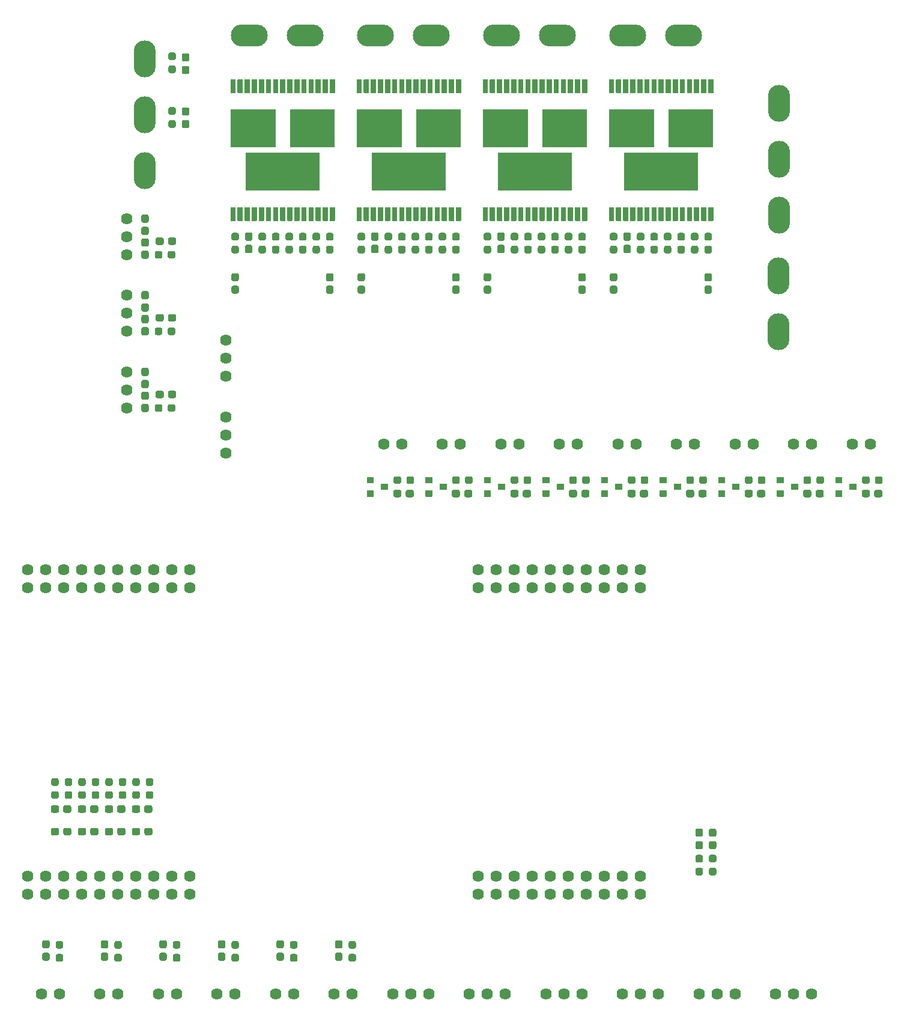
<source format=gbr>
%TF.GenerationSoftware,KiCad,Pcbnew,(5.1.10)-1*%
%TF.CreationDate,2022-03-20T16:18:04-05:00*%
%TF.ProjectId,ScienceMotorController,53636965-6e63-4654-9d6f-746f72436f6e,rev?*%
%TF.SameCoordinates,Original*%
%TF.FileFunction,Soldermask,Top*%
%TF.FilePolarity,Negative*%
%FSLAX46Y46*%
G04 Gerber Fmt 4.6, Leading zero omitted, Abs format (unit mm)*
G04 Created by KiCad (PCBNEW (5.1.10)-1) date 2022-03-20 16:18:04*
%MOMM*%
%LPD*%
G01*
G04 APERTURE LIST*
%ADD10O,3.100000X5.200000*%
%ADD11O,5.200000X3.100000*%
%ADD12C,1.620000*%
%ADD13C,1.624000*%
G04 APERTURE END LIST*
D10*
%TO.C,Conn7*%
X142005000Y-20405000D03*
X142005000Y-12531000D03*
%TD*%
%TO.C,Conn6*%
X142090000Y11823000D03*
X142090000Y-3925000D03*
X142090000Y3949000D03*
%TD*%
%TO.C,Conn5*%
X52705000Y18034000D03*
X52705000Y2286000D03*
X52705000Y10160000D03*
%TD*%
D11*
%TO.C,Conn4*%
X128609000Y21355000D03*
X120735000Y21355000D03*
%TD*%
%TO.C,Conn3*%
X110829000Y21355000D03*
X102955000Y21355000D03*
%TD*%
%TO.C,Conn2*%
X93049000Y21355000D03*
X85175000Y21355000D03*
%TD*%
%TO.C,Conn1*%
X75269000Y21329600D03*
X67395000Y21329600D03*
%TD*%
D12*
%TO.C,U6*%
X58984000Y-53896000D03*
X56444000Y-53896000D03*
X53904000Y-53896000D03*
X51364000Y-53896000D03*
X48824000Y-53896000D03*
X46284000Y-53896000D03*
X43744000Y-53896000D03*
X41204000Y-53896000D03*
X38664000Y-53896000D03*
X36124000Y-53896000D03*
X58984000Y-56436000D03*
X56444000Y-56436000D03*
X53904000Y-56436000D03*
X51364000Y-56436000D03*
X48824000Y-56436000D03*
X46284000Y-56436000D03*
X43744000Y-56436000D03*
X41204000Y-56436000D03*
X38664000Y-56436000D03*
X36124000Y-56436000D03*
X58984000Y-99616000D03*
X56444000Y-99616000D03*
X53904000Y-99616000D03*
X51364000Y-99616000D03*
X48824000Y-99616000D03*
X46284000Y-99616000D03*
X43744000Y-99616000D03*
X41204000Y-99616000D03*
X38664000Y-99616000D03*
X36124000Y-99616000D03*
X58984000Y-97076000D03*
X56444000Y-97076000D03*
X53904000Y-97076000D03*
X51364000Y-97076000D03*
X48824000Y-97076000D03*
X46284000Y-97076000D03*
X43744000Y-97076000D03*
X41204000Y-97076000D03*
X38664000Y-97076000D03*
X36124000Y-97076000D03*
X104704000Y-53896000D03*
X102164000Y-53896000D03*
X99624000Y-53896000D03*
X122484000Y-56436000D03*
X119944000Y-56436000D03*
X117404000Y-56436000D03*
X114864000Y-56436000D03*
X112324000Y-56436000D03*
X109784000Y-56436000D03*
X107244000Y-56436000D03*
X104704000Y-56436000D03*
X102164000Y-56436000D03*
X99624000Y-56436000D03*
X122484000Y-99616000D03*
X117404000Y-99616000D03*
X112324000Y-99616000D03*
X109784000Y-99616000D03*
X107244000Y-99616000D03*
X104704000Y-99616000D03*
X102164000Y-99616000D03*
X122484000Y-97076000D03*
X117404000Y-97076000D03*
X107244000Y-97076000D03*
X104704000Y-97076000D03*
X102164000Y-97076000D03*
X99624000Y-97076000D03*
X112324000Y-97076000D03*
X114864000Y-97076000D03*
X119944000Y-99616000D03*
X107244000Y-53896000D03*
X109784000Y-53896000D03*
X119944000Y-97076000D03*
X114864000Y-99616000D03*
X117404000Y-53896000D03*
X114864000Y-53896000D03*
X109784000Y-97076000D03*
X112324000Y-53896000D03*
X119944000Y-53896000D03*
X122484000Y-53896000D03*
X99624000Y-99616000D03*
%TD*%
%TO.C,D12*%
G36*
G01*
X52610000Y-91067500D02*
X52610000Y-90542500D01*
G75*
G02*
X52872500Y-90280000I262500J0D01*
G01*
X53497500Y-90280000D01*
G75*
G02*
X53760000Y-90542500I0J-262500D01*
G01*
X53760000Y-91067500D01*
G75*
G02*
X53497500Y-91330000I-262500J0D01*
G01*
X52872500Y-91330000D01*
G75*
G02*
X52610000Y-91067500I0J262500D01*
G01*
G37*
G36*
G01*
X50860000Y-91067500D02*
X50860000Y-90542500D01*
G75*
G02*
X51122500Y-90280000I262500J0D01*
G01*
X51747500Y-90280000D01*
G75*
G02*
X52010000Y-90542500I0J-262500D01*
G01*
X52010000Y-91067500D01*
G75*
G02*
X51747500Y-91330000I-262500J0D01*
G01*
X51122500Y-91330000D01*
G75*
G02*
X50860000Y-91067500I0J262500D01*
G01*
G37*
%TD*%
%TO.C,D11*%
G36*
G01*
X48800000Y-91067500D02*
X48800000Y-90542500D01*
G75*
G02*
X49062500Y-90280000I262500J0D01*
G01*
X49687500Y-90280000D01*
G75*
G02*
X49950000Y-90542500I0J-262500D01*
G01*
X49950000Y-91067500D01*
G75*
G02*
X49687500Y-91330000I-262500J0D01*
G01*
X49062500Y-91330000D01*
G75*
G02*
X48800000Y-91067500I0J262500D01*
G01*
G37*
G36*
G01*
X47050000Y-91067500D02*
X47050000Y-90542500D01*
G75*
G02*
X47312500Y-90280000I262500J0D01*
G01*
X47937500Y-90280000D01*
G75*
G02*
X48200000Y-90542500I0J-262500D01*
G01*
X48200000Y-91067500D01*
G75*
G02*
X47937500Y-91330000I-262500J0D01*
G01*
X47312500Y-91330000D01*
G75*
G02*
X47050000Y-91067500I0J262500D01*
G01*
G37*
%TD*%
%TO.C,D10*%
G36*
G01*
X44990000Y-91067500D02*
X44990000Y-90542500D01*
G75*
G02*
X45252500Y-90280000I262500J0D01*
G01*
X45877500Y-90280000D01*
G75*
G02*
X46140000Y-90542500I0J-262500D01*
G01*
X46140000Y-91067500D01*
G75*
G02*
X45877500Y-91330000I-262500J0D01*
G01*
X45252500Y-91330000D01*
G75*
G02*
X44990000Y-91067500I0J262500D01*
G01*
G37*
G36*
G01*
X43240000Y-91067500D02*
X43240000Y-90542500D01*
G75*
G02*
X43502500Y-90280000I262500J0D01*
G01*
X44127500Y-90280000D01*
G75*
G02*
X44390000Y-90542500I0J-262500D01*
G01*
X44390000Y-91067500D01*
G75*
G02*
X44127500Y-91330000I-262500J0D01*
G01*
X43502500Y-91330000D01*
G75*
G02*
X43240000Y-91067500I0J262500D01*
G01*
G37*
%TD*%
%TO.C,D9*%
G36*
G01*
X41180000Y-91067500D02*
X41180000Y-90542500D01*
G75*
G02*
X41442500Y-90280000I262500J0D01*
G01*
X42067500Y-90280000D01*
G75*
G02*
X42330000Y-90542500I0J-262500D01*
G01*
X42330000Y-91067500D01*
G75*
G02*
X42067500Y-91330000I-262500J0D01*
G01*
X41442500Y-91330000D01*
G75*
G02*
X41180000Y-91067500I0J262500D01*
G01*
G37*
G36*
G01*
X39430000Y-91067500D02*
X39430000Y-90542500D01*
G75*
G02*
X39692500Y-90280000I262500J0D01*
G01*
X40317500Y-90280000D01*
G75*
G02*
X40580000Y-90542500I0J-262500D01*
G01*
X40580000Y-91067500D01*
G75*
G02*
X40317500Y-91330000I-262500J0D01*
G01*
X39692500Y-91330000D01*
G75*
G02*
X39430000Y-91067500I0J262500D01*
G01*
G37*
%TD*%
D13*
%TO.C,SolVal9*%
X154940000Y-36195000D03*
X152400000Y-36195000D03*
%TD*%
%TO.C,SolVal8*%
X146685000Y-36195000D03*
X144145000Y-36195000D03*
%TD*%
%TO.C,SolVal7*%
X138430000Y-36195000D03*
X135890000Y-36195000D03*
%TD*%
%TO.C,SolVal6*%
X130175000Y-36195000D03*
X127635000Y-36195000D03*
%TD*%
%TO.C,SolVal5*%
X121920000Y-36195000D03*
X119380000Y-36195000D03*
%TD*%
%TO.C,SolVal4*%
X113665000Y-36195000D03*
X111125000Y-36195000D03*
%TD*%
%TO.C,SolVal3*%
X105410000Y-36195000D03*
X102870000Y-36195000D03*
%TD*%
%TO.C,SolVal2*%
X97155000Y-36195000D03*
X94615000Y-36195000D03*
%TD*%
%TO.C,SolVal1*%
X88900000Y-36195000D03*
X86360000Y-36195000D03*
%TD*%
%TO.C,R58*%
G36*
G01*
X154842500Y-41012500D02*
X154842500Y-41537500D01*
G75*
G02*
X154580000Y-41800000I-262500J0D01*
G01*
X154030000Y-41800000D01*
G75*
G02*
X153767500Y-41537500I0J262500D01*
G01*
X153767500Y-41012500D01*
G75*
G02*
X154030000Y-40750000I262500J0D01*
G01*
X154580000Y-40750000D01*
G75*
G02*
X154842500Y-41012500I0J-262500D01*
G01*
G37*
G36*
G01*
X156667500Y-41012500D02*
X156667500Y-41537500D01*
G75*
G02*
X156405000Y-41800000I-262500J0D01*
G01*
X155855000Y-41800000D01*
G75*
G02*
X155592500Y-41537500I0J262500D01*
G01*
X155592500Y-41012500D01*
G75*
G02*
X155855000Y-40750000I262500J0D01*
G01*
X156405000Y-40750000D01*
G75*
G02*
X156667500Y-41012500I0J-262500D01*
G01*
G37*
%TD*%
%TO.C,R57*%
G36*
G01*
X146587500Y-41012500D02*
X146587500Y-41537500D01*
G75*
G02*
X146325000Y-41800000I-262500J0D01*
G01*
X145775000Y-41800000D01*
G75*
G02*
X145512500Y-41537500I0J262500D01*
G01*
X145512500Y-41012500D01*
G75*
G02*
X145775000Y-40750000I262500J0D01*
G01*
X146325000Y-40750000D01*
G75*
G02*
X146587500Y-41012500I0J-262500D01*
G01*
G37*
G36*
G01*
X148412500Y-41012500D02*
X148412500Y-41537500D01*
G75*
G02*
X148150000Y-41800000I-262500J0D01*
G01*
X147600000Y-41800000D01*
G75*
G02*
X147337500Y-41537500I0J262500D01*
G01*
X147337500Y-41012500D01*
G75*
G02*
X147600000Y-40750000I262500J0D01*
G01*
X148150000Y-40750000D01*
G75*
G02*
X148412500Y-41012500I0J-262500D01*
G01*
G37*
%TD*%
%TO.C,R56*%
G36*
G01*
X138332500Y-41012500D02*
X138332500Y-41537500D01*
G75*
G02*
X138070000Y-41800000I-262500J0D01*
G01*
X137520000Y-41800000D01*
G75*
G02*
X137257500Y-41537500I0J262500D01*
G01*
X137257500Y-41012500D01*
G75*
G02*
X137520000Y-40750000I262500J0D01*
G01*
X138070000Y-40750000D01*
G75*
G02*
X138332500Y-41012500I0J-262500D01*
G01*
G37*
G36*
G01*
X140157500Y-41012500D02*
X140157500Y-41537500D01*
G75*
G02*
X139895000Y-41800000I-262500J0D01*
G01*
X139345000Y-41800000D01*
G75*
G02*
X139082500Y-41537500I0J262500D01*
G01*
X139082500Y-41012500D01*
G75*
G02*
X139345000Y-40750000I262500J0D01*
G01*
X139895000Y-40750000D01*
G75*
G02*
X140157500Y-41012500I0J-262500D01*
G01*
G37*
%TD*%
%TO.C,R55*%
G36*
G01*
X130077500Y-41012500D02*
X130077500Y-41537500D01*
G75*
G02*
X129815000Y-41800000I-262500J0D01*
G01*
X129265000Y-41800000D01*
G75*
G02*
X129002500Y-41537500I0J262500D01*
G01*
X129002500Y-41012500D01*
G75*
G02*
X129265000Y-40750000I262500J0D01*
G01*
X129815000Y-40750000D01*
G75*
G02*
X130077500Y-41012500I0J-262500D01*
G01*
G37*
G36*
G01*
X131902500Y-41012500D02*
X131902500Y-41537500D01*
G75*
G02*
X131640000Y-41800000I-262500J0D01*
G01*
X131090000Y-41800000D01*
G75*
G02*
X130827500Y-41537500I0J262500D01*
G01*
X130827500Y-41012500D01*
G75*
G02*
X131090000Y-40750000I262500J0D01*
G01*
X131640000Y-40750000D01*
G75*
G02*
X131902500Y-41012500I0J-262500D01*
G01*
G37*
%TD*%
%TO.C,R54*%
G36*
G01*
X121822500Y-41012500D02*
X121822500Y-41537500D01*
G75*
G02*
X121560000Y-41800000I-262500J0D01*
G01*
X121010000Y-41800000D01*
G75*
G02*
X120747500Y-41537500I0J262500D01*
G01*
X120747500Y-41012500D01*
G75*
G02*
X121010000Y-40750000I262500J0D01*
G01*
X121560000Y-40750000D01*
G75*
G02*
X121822500Y-41012500I0J-262500D01*
G01*
G37*
G36*
G01*
X123647500Y-41012500D02*
X123647500Y-41537500D01*
G75*
G02*
X123385000Y-41800000I-262500J0D01*
G01*
X122835000Y-41800000D01*
G75*
G02*
X122572500Y-41537500I0J262500D01*
G01*
X122572500Y-41012500D01*
G75*
G02*
X122835000Y-40750000I262500J0D01*
G01*
X123385000Y-40750000D01*
G75*
G02*
X123647500Y-41012500I0J-262500D01*
G01*
G37*
%TD*%
%TO.C,R53*%
G36*
G01*
X113567500Y-41012500D02*
X113567500Y-41537500D01*
G75*
G02*
X113305000Y-41800000I-262500J0D01*
G01*
X112755000Y-41800000D01*
G75*
G02*
X112492500Y-41537500I0J262500D01*
G01*
X112492500Y-41012500D01*
G75*
G02*
X112755000Y-40750000I262500J0D01*
G01*
X113305000Y-40750000D01*
G75*
G02*
X113567500Y-41012500I0J-262500D01*
G01*
G37*
G36*
G01*
X115392500Y-41012500D02*
X115392500Y-41537500D01*
G75*
G02*
X115130000Y-41800000I-262500J0D01*
G01*
X114580000Y-41800000D01*
G75*
G02*
X114317500Y-41537500I0J262500D01*
G01*
X114317500Y-41012500D01*
G75*
G02*
X114580000Y-40750000I262500J0D01*
G01*
X115130000Y-40750000D01*
G75*
G02*
X115392500Y-41012500I0J-262500D01*
G01*
G37*
%TD*%
%TO.C,R52*%
G36*
G01*
X105312500Y-41012500D02*
X105312500Y-41537500D01*
G75*
G02*
X105050000Y-41800000I-262500J0D01*
G01*
X104500000Y-41800000D01*
G75*
G02*
X104237500Y-41537500I0J262500D01*
G01*
X104237500Y-41012500D01*
G75*
G02*
X104500000Y-40750000I262500J0D01*
G01*
X105050000Y-40750000D01*
G75*
G02*
X105312500Y-41012500I0J-262500D01*
G01*
G37*
G36*
G01*
X107137500Y-41012500D02*
X107137500Y-41537500D01*
G75*
G02*
X106875000Y-41800000I-262500J0D01*
G01*
X106325000Y-41800000D01*
G75*
G02*
X106062500Y-41537500I0J262500D01*
G01*
X106062500Y-41012500D01*
G75*
G02*
X106325000Y-40750000I262500J0D01*
G01*
X106875000Y-40750000D01*
G75*
G02*
X107137500Y-41012500I0J-262500D01*
G01*
G37*
%TD*%
%TO.C,R51*%
G36*
G01*
X97057500Y-41012500D02*
X97057500Y-41537500D01*
G75*
G02*
X96795000Y-41800000I-262500J0D01*
G01*
X96245000Y-41800000D01*
G75*
G02*
X95982500Y-41537500I0J262500D01*
G01*
X95982500Y-41012500D01*
G75*
G02*
X96245000Y-40750000I262500J0D01*
G01*
X96795000Y-40750000D01*
G75*
G02*
X97057500Y-41012500I0J-262500D01*
G01*
G37*
G36*
G01*
X98882500Y-41012500D02*
X98882500Y-41537500D01*
G75*
G02*
X98620000Y-41800000I-262500J0D01*
G01*
X98070000Y-41800000D01*
G75*
G02*
X97807500Y-41537500I0J262500D01*
G01*
X97807500Y-41012500D01*
G75*
G02*
X98070000Y-40750000I262500J0D01*
G01*
X98620000Y-40750000D01*
G75*
G02*
X98882500Y-41012500I0J-262500D01*
G01*
G37*
%TD*%
%TO.C,R50*%
G36*
G01*
X88802500Y-41012500D02*
X88802500Y-41537500D01*
G75*
G02*
X88540000Y-41800000I-262500J0D01*
G01*
X87990000Y-41800000D01*
G75*
G02*
X87727500Y-41537500I0J262500D01*
G01*
X87727500Y-41012500D01*
G75*
G02*
X87990000Y-40750000I262500J0D01*
G01*
X88540000Y-40750000D01*
G75*
G02*
X88802500Y-41012500I0J-262500D01*
G01*
G37*
G36*
G01*
X90627500Y-41012500D02*
X90627500Y-41537500D01*
G75*
G02*
X90365000Y-41800000I-262500J0D01*
G01*
X89815000Y-41800000D01*
G75*
G02*
X89552500Y-41537500I0J262500D01*
G01*
X89552500Y-41012500D01*
G75*
G02*
X89815000Y-40750000I262500J0D01*
G01*
X90365000Y-40750000D01*
G75*
G02*
X90627500Y-41012500I0J-262500D01*
G01*
G37*
%TD*%
%TO.C,Q9*%
G36*
G01*
X151995000Y-42625000D02*
X151995000Y-41825000D01*
G75*
G02*
X152045000Y-41775000I50000J0D01*
G01*
X152945000Y-41775000D01*
G75*
G02*
X152995000Y-41825000I0J-50000D01*
G01*
X152995000Y-42625000D01*
G75*
G02*
X152945000Y-42675000I-50000J0D01*
G01*
X152045000Y-42675000D01*
G75*
G02*
X151995000Y-42625000I0J50000D01*
G01*
G37*
G36*
G01*
X149995000Y-43575000D02*
X149995000Y-42775000D01*
G75*
G02*
X150045000Y-42725000I50000J0D01*
G01*
X150945000Y-42725000D01*
G75*
G02*
X150995000Y-42775000I0J-50000D01*
G01*
X150995000Y-43575000D01*
G75*
G02*
X150945000Y-43625000I-50000J0D01*
G01*
X150045000Y-43625000D01*
G75*
G02*
X149995000Y-43575000I0J50000D01*
G01*
G37*
G36*
G01*
X149995000Y-41675000D02*
X149995000Y-40875000D01*
G75*
G02*
X150045000Y-40825000I50000J0D01*
G01*
X150945000Y-40825000D01*
G75*
G02*
X150995000Y-40875000I0J-50000D01*
G01*
X150995000Y-41675000D01*
G75*
G02*
X150945000Y-41725000I-50000J0D01*
G01*
X150045000Y-41725000D01*
G75*
G02*
X149995000Y-41675000I0J50000D01*
G01*
G37*
%TD*%
%TO.C,Q8*%
G36*
G01*
X143740000Y-42625000D02*
X143740000Y-41825000D01*
G75*
G02*
X143790000Y-41775000I50000J0D01*
G01*
X144690000Y-41775000D01*
G75*
G02*
X144740000Y-41825000I0J-50000D01*
G01*
X144740000Y-42625000D01*
G75*
G02*
X144690000Y-42675000I-50000J0D01*
G01*
X143790000Y-42675000D01*
G75*
G02*
X143740000Y-42625000I0J50000D01*
G01*
G37*
G36*
G01*
X141740000Y-43575000D02*
X141740000Y-42775000D01*
G75*
G02*
X141790000Y-42725000I50000J0D01*
G01*
X142690000Y-42725000D01*
G75*
G02*
X142740000Y-42775000I0J-50000D01*
G01*
X142740000Y-43575000D01*
G75*
G02*
X142690000Y-43625000I-50000J0D01*
G01*
X141790000Y-43625000D01*
G75*
G02*
X141740000Y-43575000I0J50000D01*
G01*
G37*
G36*
G01*
X141740000Y-41675000D02*
X141740000Y-40875000D01*
G75*
G02*
X141790000Y-40825000I50000J0D01*
G01*
X142690000Y-40825000D01*
G75*
G02*
X142740000Y-40875000I0J-50000D01*
G01*
X142740000Y-41675000D01*
G75*
G02*
X142690000Y-41725000I-50000J0D01*
G01*
X141790000Y-41725000D01*
G75*
G02*
X141740000Y-41675000I0J50000D01*
G01*
G37*
%TD*%
%TO.C,Q7*%
G36*
G01*
X135485000Y-42625000D02*
X135485000Y-41825000D01*
G75*
G02*
X135535000Y-41775000I50000J0D01*
G01*
X136435000Y-41775000D01*
G75*
G02*
X136485000Y-41825000I0J-50000D01*
G01*
X136485000Y-42625000D01*
G75*
G02*
X136435000Y-42675000I-50000J0D01*
G01*
X135535000Y-42675000D01*
G75*
G02*
X135485000Y-42625000I0J50000D01*
G01*
G37*
G36*
G01*
X133485000Y-43575000D02*
X133485000Y-42775000D01*
G75*
G02*
X133535000Y-42725000I50000J0D01*
G01*
X134435000Y-42725000D01*
G75*
G02*
X134485000Y-42775000I0J-50000D01*
G01*
X134485000Y-43575000D01*
G75*
G02*
X134435000Y-43625000I-50000J0D01*
G01*
X133535000Y-43625000D01*
G75*
G02*
X133485000Y-43575000I0J50000D01*
G01*
G37*
G36*
G01*
X133485000Y-41675000D02*
X133485000Y-40875000D01*
G75*
G02*
X133535000Y-40825000I50000J0D01*
G01*
X134435000Y-40825000D01*
G75*
G02*
X134485000Y-40875000I0J-50000D01*
G01*
X134485000Y-41675000D01*
G75*
G02*
X134435000Y-41725000I-50000J0D01*
G01*
X133535000Y-41725000D01*
G75*
G02*
X133485000Y-41675000I0J50000D01*
G01*
G37*
%TD*%
%TO.C,Q6*%
G36*
G01*
X127230000Y-42625000D02*
X127230000Y-41825000D01*
G75*
G02*
X127280000Y-41775000I50000J0D01*
G01*
X128180000Y-41775000D01*
G75*
G02*
X128230000Y-41825000I0J-50000D01*
G01*
X128230000Y-42625000D01*
G75*
G02*
X128180000Y-42675000I-50000J0D01*
G01*
X127280000Y-42675000D01*
G75*
G02*
X127230000Y-42625000I0J50000D01*
G01*
G37*
G36*
G01*
X125230000Y-43575000D02*
X125230000Y-42775000D01*
G75*
G02*
X125280000Y-42725000I50000J0D01*
G01*
X126180000Y-42725000D01*
G75*
G02*
X126230000Y-42775000I0J-50000D01*
G01*
X126230000Y-43575000D01*
G75*
G02*
X126180000Y-43625000I-50000J0D01*
G01*
X125280000Y-43625000D01*
G75*
G02*
X125230000Y-43575000I0J50000D01*
G01*
G37*
G36*
G01*
X125230000Y-41675000D02*
X125230000Y-40875000D01*
G75*
G02*
X125280000Y-40825000I50000J0D01*
G01*
X126180000Y-40825000D01*
G75*
G02*
X126230000Y-40875000I0J-50000D01*
G01*
X126230000Y-41675000D01*
G75*
G02*
X126180000Y-41725000I-50000J0D01*
G01*
X125280000Y-41725000D01*
G75*
G02*
X125230000Y-41675000I0J50000D01*
G01*
G37*
%TD*%
%TO.C,Q5*%
G36*
G01*
X118975000Y-42625000D02*
X118975000Y-41825000D01*
G75*
G02*
X119025000Y-41775000I50000J0D01*
G01*
X119925000Y-41775000D01*
G75*
G02*
X119975000Y-41825000I0J-50000D01*
G01*
X119975000Y-42625000D01*
G75*
G02*
X119925000Y-42675000I-50000J0D01*
G01*
X119025000Y-42675000D01*
G75*
G02*
X118975000Y-42625000I0J50000D01*
G01*
G37*
G36*
G01*
X116975000Y-43575000D02*
X116975000Y-42775000D01*
G75*
G02*
X117025000Y-42725000I50000J0D01*
G01*
X117925000Y-42725000D01*
G75*
G02*
X117975000Y-42775000I0J-50000D01*
G01*
X117975000Y-43575000D01*
G75*
G02*
X117925000Y-43625000I-50000J0D01*
G01*
X117025000Y-43625000D01*
G75*
G02*
X116975000Y-43575000I0J50000D01*
G01*
G37*
G36*
G01*
X116975000Y-41675000D02*
X116975000Y-40875000D01*
G75*
G02*
X117025000Y-40825000I50000J0D01*
G01*
X117925000Y-40825000D01*
G75*
G02*
X117975000Y-40875000I0J-50000D01*
G01*
X117975000Y-41675000D01*
G75*
G02*
X117925000Y-41725000I-50000J0D01*
G01*
X117025000Y-41725000D01*
G75*
G02*
X116975000Y-41675000I0J50000D01*
G01*
G37*
%TD*%
%TO.C,Q4*%
G36*
G01*
X110720000Y-42625000D02*
X110720000Y-41825000D01*
G75*
G02*
X110770000Y-41775000I50000J0D01*
G01*
X111670000Y-41775000D01*
G75*
G02*
X111720000Y-41825000I0J-50000D01*
G01*
X111720000Y-42625000D01*
G75*
G02*
X111670000Y-42675000I-50000J0D01*
G01*
X110770000Y-42675000D01*
G75*
G02*
X110720000Y-42625000I0J50000D01*
G01*
G37*
G36*
G01*
X108720000Y-43575000D02*
X108720000Y-42775000D01*
G75*
G02*
X108770000Y-42725000I50000J0D01*
G01*
X109670000Y-42725000D01*
G75*
G02*
X109720000Y-42775000I0J-50000D01*
G01*
X109720000Y-43575000D01*
G75*
G02*
X109670000Y-43625000I-50000J0D01*
G01*
X108770000Y-43625000D01*
G75*
G02*
X108720000Y-43575000I0J50000D01*
G01*
G37*
G36*
G01*
X108720000Y-41675000D02*
X108720000Y-40875000D01*
G75*
G02*
X108770000Y-40825000I50000J0D01*
G01*
X109670000Y-40825000D01*
G75*
G02*
X109720000Y-40875000I0J-50000D01*
G01*
X109720000Y-41675000D01*
G75*
G02*
X109670000Y-41725000I-50000J0D01*
G01*
X108770000Y-41725000D01*
G75*
G02*
X108720000Y-41675000I0J50000D01*
G01*
G37*
%TD*%
%TO.C,Q3*%
G36*
G01*
X102465000Y-42625000D02*
X102465000Y-41825000D01*
G75*
G02*
X102515000Y-41775000I50000J0D01*
G01*
X103415000Y-41775000D01*
G75*
G02*
X103465000Y-41825000I0J-50000D01*
G01*
X103465000Y-42625000D01*
G75*
G02*
X103415000Y-42675000I-50000J0D01*
G01*
X102515000Y-42675000D01*
G75*
G02*
X102465000Y-42625000I0J50000D01*
G01*
G37*
G36*
G01*
X100465000Y-43575000D02*
X100465000Y-42775000D01*
G75*
G02*
X100515000Y-42725000I50000J0D01*
G01*
X101415000Y-42725000D01*
G75*
G02*
X101465000Y-42775000I0J-50000D01*
G01*
X101465000Y-43575000D01*
G75*
G02*
X101415000Y-43625000I-50000J0D01*
G01*
X100515000Y-43625000D01*
G75*
G02*
X100465000Y-43575000I0J50000D01*
G01*
G37*
G36*
G01*
X100465000Y-41675000D02*
X100465000Y-40875000D01*
G75*
G02*
X100515000Y-40825000I50000J0D01*
G01*
X101415000Y-40825000D01*
G75*
G02*
X101465000Y-40875000I0J-50000D01*
G01*
X101465000Y-41675000D01*
G75*
G02*
X101415000Y-41725000I-50000J0D01*
G01*
X100515000Y-41725000D01*
G75*
G02*
X100465000Y-41675000I0J50000D01*
G01*
G37*
%TD*%
%TO.C,Q2*%
G36*
G01*
X94210000Y-42625000D02*
X94210000Y-41825000D01*
G75*
G02*
X94260000Y-41775000I50000J0D01*
G01*
X95160000Y-41775000D01*
G75*
G02*
X95210000Y-41825000I0J-50000D01*
G01*
X95210000Y-42625000D01*
G75*
G02*
X95160000Y-42675000I-50000J0D01*
G01*
X94260000Y-42675000D01*
G75*
G02*
X94210000Y-42625000I0J50000D01*
G01*
G37*
G36*
G01*
X92210000Y-43575000D02*
X92210000Y-42775000D01*
G75*
G02*
X92260000Y-42725000I50000J0D01*
G01*
X93160000Y-42725000D01*
G75*
G02*
X93210000Y-42775000I0J-50000D01*
G01*
X93210000Y-43575000D01*
G75*
G02*
X93160000Y-43625000I-50000J0D01*
G01*
X92260000Y-43625000D01*
G75*
G02*
X92210000Y-43575000I0J50000D01*
G01*
G37*
G36*
G01*
X92210000Y-41675000D02*
X92210000Y-40875000D01*
G75*
G02*
X92260000Y-40825000I50000J0D01*
G01*
X93160000Y-40825000D01*
G75*
G02*
X93210000Y-40875000I0J-50000D01*
G01*
X93210000Y-41675000D01*
G75*
G02*
X93160000Y-41725000I-50000J0D01*
G01*
X92260000Y-41725000D01*
G75*
G02*
X92210000Y-41675000I0J50000D01*
G01*
G37*
%TD*%
%TO.C,Q1*%
G36*
G01*
X85955000Y-42625000D02*
X85955000Y-41825000D01*
G75*
G02*
X86005000Y-41775000I50000J0D01*
G01*
X86905000Y-41775000D01*
G75*
G02*
X86955000Y-41825000I0J-50000D01*
G01*
X86955000Y-42625000D01*
G75*
G02*
X86905000Y-42675000I-50000J0D01*
G01*
X86005000Y-42675000D01*
G75*
G02*
X85955000Y-42625000I0J50000D01*
G01*
G37*
G36*
G01*
X83955000Y-43575000D02*
X83955000Y-42775000D01*
G75*
G02*
X84005000Y-42725000I50000J0D01*
G01*
X84905000Y-42725000D01*
G75*
G02*
X84955000Y-42775000I0J-50000D01*
G01*
X84955000Y-43575000D01*
G75*
G02*
X84905000Y-43625000I-50000J0D01*
G01*
X84005000Y-43625000D01*
G75*
G02*
X83955000Y-43575000I0J50000D01*
G01*
G37*
G36*
G01*
X83955000Y-41675000D02*
X83955000Y-40875000D01*
G75*
G02*
X84005000Y-40825000I50000J0D01*
G01*
X84905000Y-40825000D01*
G75*
G02*
X84955000Y-40875000I0J-50000D01*
G01*
X84955000Y-41675000D01*
G75*
G02*
X84905000Y-41725000I-50000J0D01*
G01*
X84005000Y-41725000D01*
G75*
G02*
X83955000Y-41675000I0J50000D01*
G01*
G37*
%TD*%
%TO.C,D32*%
G36*
G01*
X154880000Y-42917500D02*
X154880000Y-43442500D01*
G75*
G02*
X154617500Y-43705000I-262500J0D01*
G01*
X153992500Y-43705000D01*
G75*
G02*
X153730000Y-43442500I0J262500D01*
G01*
X153730000Y-42917500D01*
G75*
G02*
X153992500Y-42655000I262500J0D01*
G01*
X154617500Y-42655000D01*
G75*
G02*
X154880000Y-42917500I0J-262500D01*
G01*
G37*
G36*
G01*
X156630000Y-42917500D02*
X156630000Y-43442500D01*
G75*
G02*
X156367500Y-43705000I-262500J0D01*
G01*
X155742500Y-43705000D01*
G75*
G02*
X155480000Y-43442500I0J262500D01*
G01*
X155480000Y-42917500D01*
G75*
G02*
X155742500Y-42655000I262500J0D01*
G01*
X156367500Y-42655000D01*
G75*
G02*
X156630000Y-42917500I0J-262500D01*
G01*
G37*
%TD*%
%TO.C,D31*%
G36*
G01*
X146625000Y-42917500D02*
X146625000Y-43442500D01*
G75*
G02*
X146362500Y-43705000I-262500J0D01*
G01*
X145737500Y-43705000D01*
G75*
G02*
X145475000Y-43442500I0J262500D01*
G01*
X145475000Y-42917500D01*
G75*
G02*
X145737500Y-42655000I262500J0D01*
G01*
X146362500Y-42655000D01*
G75*
G02*
X146625000Y-42917500I0J-262500D01*
G01*
G37*
G36*
G01*
X148375000Y-42917500D02*
X148375000Y-43442500D01*
G75*
G02*
X148112500Y-43705000I-262500J0D01*
G01*
X147487500Y-43705000D01*
G75*
G02*
X147225000Y-43442500I0J262500D01*
G01*
X147225000Y-42917500D01*
G75*
G02*
X147487500Y-42655000I262500J0D01*
G01*
X148112500Y-42655000D01*
G75*
G02*
X148375000Y-42917500I0J-262500D01*
G01*
G37*
%TD*%
%TO.C,D30*%
G36*
G01*
X138370000Y-42917500D02*
X138370000Y-43442500D01*
G75*
G02*
X138107500Y-43705000I-262500J0D01*
G01*
X137482500Y-43705000D01*
G75*
G02*
X137220000Y-43442500I0J262500D01*
G01*
X137220000Y-42917500D01*
G75*
G02*
X137482500Y-42655000I262500J0D01*
G01*
X138107500Y-42655000D01*
G75*
G02*
X138370000Y-42917500I0J-262500D01*
G01*
G37*
G36*
G01*
X140120000Y-42917500D02*
X140120000Y-43442500D01*
G75*
G02*
X139857500Y-43705000I-262500J0D01*
G01*
X139232500Y-43705000D01*
G75*
G02*
X138970000Y-43442500I0J262500D01*
G01*
X138970000Y-42917500D01*
G75*
G02*
X139232500Y-42655000I262500J0D01*
G01*
X139857500Y-42655000D01*
G75*
G02*
X140120000Y-42917500I0J-262500D01*
G01*
G37*
%TD*%
%TO.C,D29*%
G36*
G01*
X130115000Y-42917500D02*
X130115000Y-43442500D01*
G75*
G02*
X129852500Y-43705000I-262500J0D01*
G01*
X129227500Y-43705000D01*
G75*
G02*
X128965000Y-43442500I0J262500D01*
G01*
X128965000Y-42917500D01*
G75*
G02*
X129227500Y-42655000I262500J0D01*
G01*
X129852500Y-42655000D01*
G75*
G02*
X130115000Y-42917500I0J-262500D01*
G01*
G37*
G36*
G01*
X131865000Y-42917500D02*
X131865000Y-43442500D01*
G75*
G02*
X131602500Y-43705000I-262500J0D01*
G01*
X130977500Y-43705000D01*
G75*
G02*
X130715000Y-43442500I0J262500D01*
G01*
X130715000Y-42917500D01*
G75*
G02*
X130977500Y-42655000I262500J0D01*
G01*
X131602500Y-42655000D01*
G75*
G02*
X131865000Y-42917500I0J-262500D01*
G01*
G37*
%TD*%
%TO.C,D28*%
G36*
G01*
X121860000Y-42917500D02*
X121860000Y-43442500D01*
G75*
G02*
X121597500Y-43705000I-262500J0D01*
G01*
X120972500Y-43705000D01*
G75*
G02*
X120710000Y-43442500I0J262500D01*
G01*
X120710000Y-42917500D01*
G75*
G02*
X120972500Y-42655000I262500J0D01*
G01*
X121597500Y-42655000D01*
G75*
G02*
X121860000Y-42917500I0J-262500D01*
G01*
G37*
G36*
G01*
X123610000Y-42917500D02*
X123610000Y-43442500D01*
G75*
G02*
X123347500Y-43705000I-262500J0D01*
G01*
X122722500Y-43705000D01*
G75*
G02*
X122460000Y-43442500I0J262500D01*
G01*
X122460000Y-42917500D01*
G75*
G02*
X122722500Y-42655000I262500J0D01*
G01*
X123347500Y-42655000D01*
G75*
G02*
X123610000Y-42917500I0J-262500D01*
G01*
G37*
%TD*%
%TO.C,D27*%
G36*
G01*
X113605000Y-42917500D02*
X113605000Y-43442500D01*
G75*
G02*
X113342500Y-43705000I-262500J0D01*
G01*
X112717500Y-43705000D01*
G75*
G02*
X112455000Y-43442500I0J262500D01*
G01*
X112455000Y-42917500D01*
G75*
G02*
X112717500Y-42655000I262500J0D01*
G01*
X113342500Y-42655000D01*
G75*
G02*
X113605000Y-42917500I0J-262500D01*
G01*
G37*
G36*
G01*
X115355000Y-42917500D02*
X115355000Y-43442500D01*
G75*
G02*
X115092500Y-43705000I-262500J0D01*
G01*
X114467500Y-43705000D01*
G75*
G02*
X114205000Y-43442500I0J262500D01*
G01*
X114205000Y-42917500D01*
G75*
G02*
X114467500Y-42655000I262500J0D01*
G01*
X115092500Y-42655000D01*
G75*
G02*
X115355000Y-42917500I0J-262500D01*
G01*
G37*
%TD*%
%TO.C,D26*%
G36*
G01*
X105350000Y-42917500D02*
X105350000Y-43442500D01*
G75*
G02*
X105087500Y-43705000I-262500J0D01*
G01*
X104462500Y-43705000D01*
G75*
G02*
X104200000Y-43442500I0J262500D01*
G01*
X104200000Y-42917500D01*
G75*
G02*
X104462500Y-42655000I262500J0D01*
G01*
X105087500Y-42655000D01*
G75*
G02*
X105350000Y-42917500I0J-262500D01*
G01*
G37*
G36*
G01*
X107100000Y-42917500D02*
X107100000Y-43442500D01*
G75*
G02*
X106837500Y-43705000I-262500J0D01*
G01*
X106212500Y-43705000D01*
G75*
G02*
X105950000Y-43442500I0J262500D01*
G01*
X105950000Y-42917500D01*
G75*
G02*
X106212500Y-42655000I262500J0D01*
G01*
X106837500Y-42655000D01*
G75*
G02*
X107100000Y-42917500I0J-262500D01*
G01*
G37*
%TD*%
%TO.C,D25*%
G36*
G01*
X97095000Y-42917500D02*
X97095000Y-43442500D01*
G75*
G02*
X96832500Y-43705000I-262500J0D01*
G01*
X96207500Y-43705000D01*
G75*
G02*
X95945000Y-43442500I0J262500D01*
G01*
X95945000Y-42917500D01*
G75*
G02*
X96207500Y-42655000I262500J0D01*
G01*
X96832500Y-42655000D01*
G75*
G02*
X97095000Y-42917500I0J-262500D01*
G01*
G37*
G36*
G01*
X98845000Y-42917500D02*
X98845000Y-43442500D01*
G75*
G02*
X98582500Y-43705000I-262500J0D01*
G01*
X97957500Y-43705000D01*
G75*
G02*
X97695000Y-43442500I0J262500D01*
G01*
X97695000Y-42917500D01*
G75*
G02*
X97957500Y-42655000I262500J0D01*
G01*
X98582500Y-42655000D01*
G75*
G02*
X98845000Y-42917500I0J-262500D01*
G01*
G37*
%TD*%
%TO.C,D24*%
G36*
G01*
X88840000Y-42917500D02*
X88840000Y-43442500D01*
G75*
G02*
X88577500Y-43705000I-262500J0D01*
G01*
X87952500Y-43705000D01*
G75*
G02*
X87690000Y-43442500I0J262500D01*
G01*
X87690000Y-42917500D01*
G75*
G02*
X87952500Y-42655000I262500J0D01*
G01*
X88577500Y-42655000D01*
G75*
G02*
X88840000Y-42917500I0J-262500D01*
G01*
G37*
G36*
G01*
X90590000Y-42917500D02*
X90590000Y-43442500D01*
G75*
G02*
X90327500Y-43705000I-262500J0D01*
G01*
X89702500Y-43705000D01*
G75*
G02*
X89440000Y-43442500I0J262500D01*
G01*
X89440000Y-42917500D01*
G75*
G02*
X89702500Y-42655000I262500J0D01*
G01*
X90327500Y-42655000D01*
G75*
G02*
X90590000Y-42917500I0J-262500D01*
G01*
G37*
%TD*%
%TO.C,R21*%
G36*
G01*
X39742500Y-85107500D02*
X40267500Y-85107500D01*
G75*
G02*
X40530000Y-85370000I0J-262500D01*
G01*
X40530000Y-85920000D01*
G75*
G02*
X40267500Y-86182500I-262500J0D01*
G01*
X39742500Y-86182500D01*
G75*
G02*
X39480000Y-85920000I0J262500D01*
G01*
X39480000Y-85370000D01*
G75*
G02*
X39742500Y-85107500I262500J0D01*
G01*
G37*
G36*
G01*
X39742500Y-83282500D02*
X40267500Y-83282500D01*
G75*
G02*
X40530000Y-83545000I0J-262500D01*
G01*
X40530000Y-84095000D01*
G75*
G02*
X40267500Y-84357500I-262500J0D01*
G01*
X39742500Y-84357500D01*
G75*
G02*
X39480000Y-84095000I0J262500D01*
G01*
X39480000Y-83545000D01*
G75*
G02*
X39742500Y-83282500I262500J0D01*
G01*
G37*
%TD*%
%TO.C,U8*%
X50165000Y-31115000D03*
X50165000Y-28575000D03*
X50165000Y-26035000D03*
%TD*%
%TO.C,R41*%
G36*
G01*
X55147500Y-30852500D02*
X55147500Y-31377500D01*
G75*
G02*
X54885000Y-31640000I-262500J0D01*
G01*
X54335000Y-31640000D01*
G75*
G02*
X54072500Y-31377500I0J262500D01*
G01*
X54072500Y-30852500D01*
G75*
G02*
X54335000Y-30590000I262500J0D01*
G01*
X54885000Y-30590000D01*
G75*
G02*
X55147500Y-30852500I0J-262500D01*
G01*
G37*
G36*
G01*
X56972500Y-30852500D02*
X56972500Y-31377500D01*
G75*
G02*
X56710000Y-31640000I-262500J0D01*
G01*
X56160000Y-31640000D01*
G75*
G02*
X55897500Y-31377500I0J262500D01*
G01*
X55897500Y-30852500D01*
G75*
G02*
X56160000Y-30590000I262500J0D01*
G01*
X56710000Y-30590000D01*
G75*
G02*
X56972500Y-30852500I0J-262500D01*
G01*
G37*
%TD*%
%TO.C,D17*%
G36*
G01*
X55940000Y-29472500D02*
X55940000Y-28947500D01*
G75*
G02*
X56202500Y-28685000I262500J0D01*
G01*
X56827500Y-28685000D01*
G75*
G02*
X57090000Y-28947500I0J-262500D01*
G01*
X57090000Y-29472500D01*
G75*
G02*
X56827500Y-29735000I-262500J0D01*
G01*
X56202500Y-29735000D01*
G75*
G02*
X55940000Y-29472500I0J262500D01*
G01*
G37*
G36*
G01*
X54190000Y-29472500D02*
X54190000Y-28947500D01*
G75*
G02*
X54452500Y-28685000I262500J0D01*
G01*
X55077500Y-28685000D01*
G75*
G02*
X55340000Y-28947500I0J-262500D01*
G01*
X55340000Y-29472500D01*
G75*
G02*
X55077500Y-29735000I-262500J0D01*
G01*
X54452500Y-29735000D01*
G75*
G02*
X54190000Y-29472500I0J262500D01*
G01*
G37*
%TD*%
%TO.C,C14*%
G36*
G01*
X52967500Y-29977500D02*
X52442500Y-29977500D01*
G75*
G02*
X52180000Y-29715000I0J262500D01*
G01*
X52180000Y-29065000D01*
G75*
G02*
X52442500Y-28802500I262500J0D01*
G01*
X52967500Y-28802500D01*
G75*
G02*
X53230000Y-29065000I0J-262500D01*
G01*
X53230000Y-29715000D01*
G75*
G02*
X52967500Y-29977500I-262500J0D01*
G01*
G37*
G36*
G01*
X52967500Y-31702500D02*
X52442500Y-31702500D01*
G75*
G02*
X52180000Y-31440000I0J262500D01*
G01*
X52180000Y-30790000D01*
G75*
G02*
X52442500Y-30527500I262500J0D01*
G01*
X52967500Y-30527500D01*
G75*
G02*
X53230000Y-30790000I0J-262500D01*
G01*
X53230000Y-31440000D01*
G75*
G02*
X52967500Y-31702500I-262500J0D01*
G01*
G37*
%TD*%
%TO.C,C13*%
G36*
G01*
X52442500Y-27172500D02*
X52967500Y-27172500D01*
G75*
G02*
X53230000Y-27435000I0J-262500D01*
G01*
X53230000Y-28085000D01*
G75*
G02*
X52967500Y-28347500I-262500J0D01*
G01*
X52442500Y-28347500D01*
G75*
G02*
X52180000Y-28085000I0J262500D01*
G01*
X52180000Y-27435000D01*
G75*
G02*
X52442500Y-27172500I262500J0D01*
G01*
G37*
G36*
G01*
X52442500Y-25447500D02*
X52967500Y-25447500D01*
G75*
G02*
X53230000Y-25710000I0J-262500D01*
G01*
X53230000Y-26360000D01*
G75*
G02*
X52967500Y-26622500I-262500J0D01*
G01*
X52442500Y-26622500D01*
G75*
G02*
X52180000Y-26360000I0J262500D01*
G01*
X52180000Y-25710000D01*
G75*
G02*
X52442500Y-25447500I262500J0D01*
G01*
G37*
%TD*%
%TO.C,U7*%
X50165000Y-20320000D03*
X50165000Y-17780000D03*
X50165000Y-15240000D03*
%TD*%
%TO.C,U5*%
X50165000Y-9525000D03*
X50165000Y-6985000D03*
X50165000Y-4445000D03*
%TD*%
%TO.C,U4*%
G36*
G01*
X118768101Y-4774400D02*
X118133101Y-4774400D01*
G75*
G02*
X118083101Y-4724400I0J50000D01*
G01*
X118083101Y-2870200D01*
G75*
G02*
X118133101Y-2820200I50000J0D01*
G01*
X118768101Y-2820200D01*
G75*
G02*
X118818101Y-2870200I0J-50000D01*
G01*
X118818101Y-4724400D01*
G75*
G02*
X118768101Y-4774400I-50000J0D01*
G01*
G37*
G36*
G01*
X119768099Y-4774400D02*
X119133099Y-4774400D01*
G75*
G02*
X119083099Y-4724400I0J50000D01*
G01*
X119083099Y-2870200D01*
G75*
G02*
X119133099Y-2820200I50000J0D01*
G01*
X119768099Y-2820200D01*
G75*
G02*
X119818099Y-2870200I0J-50000D01*
G01*
X119818099Y-4724400D01*
G75*
G02*
X119768099Y-4774400I-50000J0D01*
G01*
G37*
G36*
G01*
X120768100Y-4774400D02*
X120133100Y-4774400D01*
G75*
G02*
X120083100Y-4724400I0J50000D01*
G01*
X120083100Y-2870200D01*
G75*
G02*
X120133100Y-2820200I50000J0D01*
G01*
X120768100Y-2820200D01*
G75*
G02*
X120818100Y-2870200I0J-50000D01*
G01*
X120818100Y-4724400D01*
G75*
G02*
X120768100Y-4774400I-50000J0D01*
G01*
G37*
G36*
G01*
X121768100Y-4774400D02*
X121133100Y-4774400D01*
G75*
G02*
X121083100Y-4724400I0J50000D01*
G01*
X121083100Y-2870200D01*
G75*
G02*
X121133100Y-2820200I50000J0D01*
G01*
X121768100Y-2820200D01*
G75*
G02*
X121818100Y-2870200I0J-50000D01*
G01*
X121818100Y-4724400D01*
G75*
G02*
X121768100Y-4774400I-50000J0D01*
G01*
G37*
G36*
G01*
X122768101Y-4774400D02*
X122133101Y-4774400D01*
G75*
G02*
X122083101Y-4724400I0J50000D01*
G01*
X122083101Y-2870200D01*
G75*
G02*
X122133101Y-2820200I50000J0D01*
G01*
X122768101Y-2820200D01*
G75*
G02*
X122818101Y-2870200I0J-50000D01*
G01*
X122818101Y-4724400D01*
G75*
G02*
X122768101Y-4774400I-50000J0D01*
G01*
G37*
G36*
G01*
X123768099Y-4774400D02*
X123133099Y-4774400D01*
G75*
G02*
X123083099Y-4724400I0J50000D01*
G01*
X123083099Y-2870200D01*
G75*
G02*
X123133099Y-2820200I50000J0D01*
G01*
X123768099Y-2820200D01*
G75*
G02*
X123818099Y-2870200I0J-50000D01*
G01*
X123818099Y-4724400D01*
G75*
G02*
X123768099Y-4774400I-50000J0D01*
G01*
G37*
G36*
G01*
X124768099Y-4774400D02*
X124133099Y-4774400D01*
G75*
G02*
X124083099Y-4724400I0J50000D01*
G01*
X124083099Y-2870200D01*
G75*
G02*
X124133099Y-2820200I50000J0D01*
G01*
X124768099Y-2820200D01*
G75*
G02*
X124818099Y-2870200I0J-50000D01*
G01*
X124818099Y-4724400D01*
G75*
G02*
X124768099Y-4774400I-50000J0D01*
G01*
G37*
G36*
G01*
X125768100Y-4774400D02*
X125133100Y-4774400D01*
G75*
G02*
X125083100Y-4724400I0J50000D01*
G01*
X125083100Y-2870200D01*
G75*
G02*
X125133100Y-2820200I50000J0D01*
G01*
X125768100Y-2820200D01*
G75*
G02*
X125818100Y-2870200I0J-50000D01*
G01*
X125818100Y-4724400D01*
G75*
G02*
X125768100Y-4774400I-50000J0D01*
G01*
G37*
G36*
G01*
X126768101Y-4774400D02*
X126133101Y-4774400D01*
G75*
G02*
X126083101Y-4724400I0J50000D01*
G01*
X126083101Y-2870200D01*
G75*
G02*
X126133101Y-2820200I50000J0D01*
G01*
X126768101Y-2820200D01*
G75*
G02*
X126818101Y-2870200I0J-50000D01*
G01*
X126818101Y-4724400D01*
G75*
G02*
X126768101Y-4774400I-50000J0D01*
G01*
G37*
G36*
G01*
X127768101Y-4774400D02*
X127133101Y-4774400D01*
G75*
G02*
X127083101Y-4724400I0J50000D01*
G01*
X127083101Y-2870200D01*
G75*
G02*
X127133101Y-2820200I50000J0D01*
G01*
X127768101Y-2820200D01*
G75*
G02*
X127818101Y-2870200I0J-50000D01*
G01*
X127818101Y-4724400D01*
G75*
G02*
X127768101Y-4774400I-50000J0D01*
G01*
G37*
G36*
G01*
X128768099Y-4774400D02*
X128133099Y-4774400D01*
G75*
G02*
X128083099Y-4724400I0J50000D01*
G01*
X128083099Y-2870200D01*
G75*
G02*
X128133099Y-2820200I50000J0D01*
G01*
X128768099Y-2820200D01*
G75*
G02*
X128818099Y-2870200I0J-50000D01*
G01*
X128818099Y-4724400D01*
G75*
G02*
X128768099Y-4774400I-50000J0D01*
G01*
G37*
G36*
G01*
X129768100Y-4774400D02*
X129133100Y-4774400D01*
G75*
G02*
X129083100Y-4724400I0J50000D01*
G01*
X129083100Y-2870200D01*
G75*
G02*
X129133100Y-2820200I50000J0D01*
G01*
X129768100Y-2820200D01*
G75*
G02*
X129818100Y-2870200I0J-50000D01*
G01*
X129818100Y-4724400D01*
G75*
G02*
X129768100Y-4774400I-50000J0D01*
G01*
G37*
G36*
G01*
X130768100Y-4774400D02*
X130133100Y-4774400D01*
G75*
G02*
X130083100Y-4724400I0J50000D01*
G01*
X130083100Y-2870200D01*
G75*
G02*
X130133100Y-2820200I50000J0D01*
G01*
X130768100Y-2820200D01*
G75*
G02*
X130818100Y-2870200I0J-50000D01*
G01*
X130818100Y-4724400D01*
G75*
G02*
X130768100Y-4774400I-50000J0D01*
G01*
G37*
G36*
G01*
X131768101Y-4774400D02*
X131133101Y-4774400D01*
G75*
G02*
X131083101Y-4724400I0J50000D01*
G01*
X131083101Y-2870200D01*
G75*
G02*
X131133101Y-2820200I50000J0D01*
G01*
X131768101Y-2820200D01*
G75*
G02*
X131818101Y-2870200I0J-50000D01*
G01*
X131818101Y-4724400D01*
G75*
G02*
X131768101Y-4774400I-50000J0D01*
G01*
G37*
G36*
G01*
X132768101Y-4774400D02*
X132133101Y-4774400D01*
G75*
G02*
X132083101Y-4724400I0J50000D01*
G01*
X132083101Y-2870200D01*
G75*
G02*
X132133101Y-2820200I50000J0D01*
G01*
X132768101Y-2820200D01*
G75*
G02*
X132818101Y-2870200I0J-50000D01*
G01*
X132818101Y-4724400D01*
G75*
G02*
X132768101Y-4774400I-50000J0D01*
G01*
G37*
G36*
G01*
X132768099Y13234200D02*
X132133099Y13234200D01*
G75*
G02*
X132083099Y13284200I0J50000D01*
G01*
X132083099Y15138400D01*
G75*
G02*
X132133099Y15188400I50000J0D01*
G01*
X132768099Y15188400D01*
G75*
G02*
X132818099Y15138400I0J-50000D01*
G01*
X132818099Y13284200D01*
G75*
G02*
X132768099Y13234200I-50000J0D01*
G01*
G37*
G36*
G01*
X131768101Y13234200D02*
X131133101Y13234200D01*
G75*
G02*
X131083101Y13284200I0J50000D01*
G01*
X131083101Y15138400D01*
G75*
G02*
X131133101Y15188400I50000J0D01*
G01*
X131768101Y15188400D01*
G75*
G02*
X131818101Y15138400I0J-50000D01*
G01*
X131818101Y13284200D01*
G75*
G02*
X131768101Y13234200I-50000J0D01*
G01*
G37*
G36*
G01*
X130768100Y13234200D02*
X130133100Y13234200D01*
G75*
G02*
X130083100Y13284200I0J50000D01*
G01*
X130083100Y15138400D01*
G75*
G02*
X130133100Y15188400I50000J0D01*
G01*
X130768100Y15188400D01*
G75*
G02*
X130818100Y15138400I0J-50000D01*
G01*
X130818100Y13284200D01*
G75*
G02*
X130768100Y13234200I-50000J0D01*
G01*
G37*
G36*
G01*
X129768100Y13234200D02*
X129133100Y13234200D01*
G75*
G02*
X129083100Y13284200I0J50000D01*
G01*
X129083100Y15138400D01*
G75*
G02*
X129133100Y15188400I50000J0D01*
G01*
X129768100Y15188400D01*
G75*
G02*
X129818100Y15138400I0J-50000D01*
G01*
X129818100Y13284200D01*
G75*
G02*
X129768100Y13234200I-50000J0D01*
G01*
G37*
G36*
G01*
X128768099Y13234200D02*
X128133099Y13234200D01*
G75*
G02*
X128083099Y13284200I0J50000D01*
G01*
X128083099Y15138400D01*
G75*
G02*
X128133099Y15188400I50000J0D01*
G01*
X128768099Y15188400D01*
G75*
G02*
X128818099Y15138400I0J-50000D01*
G01*
X128818099Y13284200D01*
G75*
G02*
X128768099Y13234200I-50000J0D01*
G01*
G37*
G36*
G01*
X127768101Y13234200D02*
X127133101Y13234200D01*
G75*
G02*
X127083101Y13284200I0J50000D01*
G01*
X127083101Y15138400D01*
G75*
G02*
X127133101Y15188400I50000J0D01*
G01*
X127768101Y15188400D01*
G75*
G02*
X127818101Y15138400I0J-50000D01*
G01*
X127818101Y13284200D01*
G75*
G02*
X127768101Y13234200I-50000J0D01*
G01*
G37*
G36*
G01*
X126768101Y13234200D02*
X126133101Y13234200D01*
G75*
G02*
X126083101Y13284200I0J50000D01*
G01*
X126083101Y15138400D01*
G75*
G02*
X126133101Y15188400I50000J0D01*
G01*
X126768101Y15188400D01*
G75*
G02*
X126818101Y15138400I0J-50000D01*
G01*
X126818101Y13284200D01*
G75*
G02*
X126768101Y13234200I-50000J0D01*
G01*
G37*
G36*
G01*
X125768100Y13234200D02*
X125133100Y13234200D01*
G75*
G02*
X125083100Y13284200I0J50000D01*
G01*
X125083100Y15138400D01*
G75*
G02*
X125133100Y15188400I50000J0D01*
G01*
X125768100Y15188400D01*
G75*
G02*
X125818100Y15138400I0J-50000D01*
G01*
X125818100Y13284200D01*
G75*
G02*
X125768100Y13234200I-50000J0D01*
G01*
G37*
G36*
G01*
X124768099Y13234200D02*
X124133099Y13234200D01*
G75*
G02*
X124083099Y13284200I0J50000D01*
G01*
X124083099Y15138400D01*
G75*
G02*
X124133099Y15188400I50000J0D01*
G01*
X124768099Y15188400D01*
G75*
G02*
X124818099Y15138400I0J-50000D01*
G01*
X124818099Y13284200D01*
G75*
G02*
X124768099Y13234200I-50000J0D01*
G01*
G37*
G36*
G01*
X123768099Y13234200D02*
X123133099Y13234200D01*
G75*
G02*
X123083099Y13284200I0J50000D01*
G01*
X123083099Y15138400D01*
G75*
G02*
X123133099Y15188400I50000J0D01*
G01*
X123768099Y15188400D01*
G75*
G02*
X123818099Y15138400I0J-50000D01*
G01*
X123818099Y13284200D01*
G75*
G02*
X123768099Y13234200I-50000J0D01*
G01*
G37*
G36*
G01*
X122768101Y13234200D02*
X122133101Y13234200D01*
G75*
G02*
X122083101Y13284200I0J50000D01*
G01*
X122083101Y15138400D01*
G75*
G02*
X122133101Y15188400I50000J0D01*
G01*
X122768101Y15188400D01*
G75*
G02*
X122818101Y15138400I0J-50000D01*
G01*
X122818101Y13284200D01*
G75*
G02*
X122768101Y13234200I-50000J0D01*
G01*
G37*
G36*
G01*
X121768100Y13234200D02*
X121133100Y13234200D01*
G75*
G02*
X121083100Y13284200I0J50000D01*
G01*
X121083100Y15138400D01*
G75*
G02*
X121133100Y15188400I50000J0D01*
G01*
X121768100Y15188400D01*
G75*
G02*
X121818100Y15138400I0J-50000D01*
G01*
X121818100Y13284200D01*
G75*
G02*
X121768100Y13234200I-50000J0D01*
G01*
G37*
G36*
G01*
X120768100Y13234200D02*
X120133100Y13234200D01*
G75*
G02*
X120083100Y13284200I0J50000D01*
G01*
X120083100Y15138400D01*
G75*
G02*
X120133100Y15188400I50000J0D01*
G01*
X120768100Y15188400D01*
G75*
G02*
X120818100Y15138400I0J-50000D01*
G01*
X120818100Y13284200D01*
G75*
G02*
X120768100Y13234200I-50000J0D01*
G01*
G37*
G36*
G01*
X119768099Y13234200D02*
X119133099Y13234200D01*
G75*
G02*
X119083099Y13284200I0J50000D01*
G01*
X119083099Y15138400D01*
G75*
G02*
X119133099Y15188400I50000J0D01*
G01*
X119768099Y15188400D01*
G75*
G02*
X119818099Y15138400I0J-50000D01*
G01*
X119818099Y13284200D01*
G75*
G02*
X119768099Y13234200I-50000J0D01*
G01*
G37*
G36*
G01*
X118768099Y13234200D02*
X118133099Y13234200D01*
G75*
G02*
X118083099Y13284200I0J50000D01*
G01*
X118083099Y15138400D01*
G75*
G02*
X118133099Y15188400I50000J0D01*
G01*
X118768099Y15188400D01*
G75*
G02*
X118818099Y15138400I0J-50000D01*
G01*
X118818099Y13284200D01*
G75*
G02*
X118768099Y13234200I-50000J0D01*
G01*
G37*
G36*
G01*
X124396501Y5576100D02*
X118173499Y5576100D01*
G75*
G02*
X118123500Y5626099I0J49999D01*
G01*
X118123500Y10883901D01*
G75*
G02*
X118173499Y10933900I49999J0D01*
G01*
X124396501Y10933900D01*
G75*
G02*
X124446500Y10883901I0J-49999D01*
G01*
X124446500Y5626099D01*
G75*
G02*
X124396501Y5576100I-49999J0D01*
G01*
G37*
G36*
G01*
X130606801Y-519900D02*
X120294399Y-519900D01*
G75*
G02*
X120244400Y-469901I0J49999D01*
G01*
X120244400Y4787901D01*
G75*
G02*
X120294399Y4837900I49999J0D01*
G01*
X130606801Y4837900D01*
G75*
G02*
X130656800Y4787901I0J-49999D01*
G01*
X130656800Y-469901D01*
G75*
G02*
X130606801Y-519900I-49999J0D01*
G01*
G37*
G36*
G01*
X132727701Y5576100D02*
X126504699Y5576100D01*
G75*
G02*
X126454700Y5626099I0J49999D01*
G01*
X126454700Y10883901D01*
G75*
G02*
X126504699Y10933900I49999J0D01*
G01*
X132727701Y10933900D01*
G75*
G02*
X132777700Y10883901I0J-49999D01*
G01*
X132777700Y5626099D01*
G75*
G02*
X132727701Y5576100I-49999J0D01*
G01*
G37*
%TD*%
%TO.C,U3*%
G36*
G01*
X100988101Y-4774400D02*
X100353101Y-4774400D01*
G75*
G02*
X100303101Y-4724400I0J50000D01*
G01*
X100303101Y-2870200D01*
G75*
G02*
X100353101Y-2820200I50000J0D01*
G01*
X100988101Y-2820200D01*
G75*
G02*
X101038101Y-2870200I0J-50000D01*
G01*
X101038101Y-4724400D01*
G75*
G02*
X100988101Y-4774400I-50000J0D01*
G01*
G37*
G36*
G01*
X101988099Y-4774400D02*
X101353099Y-4774400D01*
G75*
G02*
X101303099Y-4724400I0J50000D01*
G01*
X101303099Y-2870200D01*
G75*
G02*
X101353099Y-2820200I50000J0D01*
G01*
X101988099Y-2820200D01*
G75*
G02*
X102038099Y-2870200I0J-50000D01*
G01*
X102038099Y-4724400D01*
G75*
G02*
X101988099Y-4774400I-50000J0D01*
G01*
G37*
G36*
G01*
X102988100Y-4774400D02*
X102353100Y-4774400D01*
G75*
G02*
X102303100Y-4724400I0J50000D01*
G01*
X102303100Y-2870200D01*
G75*
G02*
X102353100Y-2820200I50000J0D01*
G01*
X102988100Y-2820200D01*
G75*
G02*
X103038100Y-2870200I0J-50000D01*
G01*
X103038100Y-4724400D01*
G75*
G02*
X102988100Y-4774400I-50000J0D01*
G01*
G37*
G36*
G01*
X103988100Y-4774400D02*
X103353100Y-4774400D01*
G75*
G02*
X103303100Y-4724400I0J50000D01*
G01*
X103303100Y-2870200D01*
G75*
G02*
X103353100Y-2820200I50000J0D01*
G01*
X103988100Y-2820200D01*
G75*
G02*
X104038100Y-2870200I0J-50000D01*
G01*
X104038100Y-4724400D01*
G75*
G02*
X103988100Y-4774400I-50000J0D01*
G01*
G37*
G36*
G01*
X104988101Y-4774400D02*
X104353101Y-4774400D01*
G75*
G02*
X104303101Y-4724400I0J50000D01*
G01*
X104303101Y-2870200D01*
G75*
G02*
X104353101Y-2820200I50000J0D01*
G01*
X104988101Y-2820200D01*
G75*
G02*
X105038101Y-2870200I0J-50000D01*
G01*
X105038101Y-4724400D01*
G75*
G02*
X104988101Y-4774400I-50000J0D01*
G01*
G37*
G36*
G01*
X105988099Y-4774400D02*
X105353099Y-4774400D01*
G75*
G02*
X105303099Y-4724400I0J50000D01*
G01*
X105303099Y-2870200D01*
G75*
G02*
X105353099Y-2820200I50000J0D01*
G01*
X105988099Y-2820200D01*
G75*
G02*
X106038099Y-2870200I0J-50000D01*
G01*
X106038099Y-4724400D01*
G75*
G02*
X105988099Y-4774400I-50000J0D01*
G01*
G37*
G36*
G01*
X106988099Y-4774400D02*
X106353099Y-4774400D01*
G75*
G02*
X106303099Y-4724400I0J50000D01*
G01*
X106303099Y-2870200D01*
G75*
G02*
X106353099Y-2820200I50000J0D01*
G01*
X106988099Y-2820200D01*
G75*
G02*
X107038099Y-2870200I0J-50000D01*
G01*
X107038099Y-4724400D01*
G75*
G02*
X106988099Y-4774400I-50000J0D01*
G01*
G37*
G36*
G01*
X107988100Y-4774400D02*
X107353100Y-4774400D01*
G75*
G02*
X107303100Y-4724400I0J50000D01*
G01*
X107303100Y-2870200D01*
G75*
G02*
X107353100Y-2820200I50000J0D01*
G01*
X107988100Y-2820200D01*
G75*
G02*
X108038100Y-2870200I0J-50000D01*
G01*
X108038100Y-4724400D01*
G75*
G02*
X107988100Y-4774400I-50000J0D01*
G01*
G37*
G36*
G01*
X108988101Y-4774400D02*
X108353101Y-4774400D01*
G75*
G02*
X108303101Y-4724400I0J50000D01*
G01*
X108303101Y-2870200D01*
G75*
G02*
X108353101Y-2820200I50000J0D01*
G01*
X108988101Y-2820200D01*
G75*
G02*
X109038101Y-2870200I0J-50000D01*
G01*
X109038101Y-4724400D01*
G75*
G02*
X108988101Y-4774400I-50000J0D01*
G01*
G37*
G36*
G01*
X109988101Y-4774400D02*
X109353101Y-4774400D01*
G75*
G02*
X109303101Y-4724400I0J50000D01*
G01*
X109303101Y-2870200D01*
G75*
G02*
X109353101Y-2820200I50000J0D01*
G01*
X109988101Y-2820200D01*
G75*
G02*
X110038101Y-2870200I0J-50000D01*
G01*
X110038101Y-4724400D01*
G75*
G02*
X109988101Y-4774400I-50000J0D01*
G01*
G37*
G36*
G01*
X110988099Y-4774400D02*
X110353099Y-4774400D01*
G75*
G02*
X110303099Y-4724400I0J50000D01*
G01*
X110303099Y-2870200D01*
G75*
G02*
X110353099Y-2820200I50000J0D01*
G01*
X110988099Y-2820200D01*
G75*
G02*
X111038099Y-2870200I0J-50000D01*
G01*
X111038099Y-4724400D01*
G75*
G02*
X110988099Y-4774400I-50000J0D01*
G01*
G37*
G36*
G01*
X111988100Y-4774400D02*
X111353100Y-4774400D01*
G75*
G02*
X111303100Y-4724400I0J50000D01*
G01*
X111303100Y-2870200D01*
G75*
G02*
X111353100Y-2820200I50000J0D01*
G01*
X111988100Y-2820200D01*
G75*
G02*
X112038100Y-2870200I0J-50000D01*
G01*
X112038100Y-4724400D01*
G75*
G02*
X111988100Y-4774400I-50000J0D01*
G01*
G37*
G36*
G01*
X112988100Y-4774400D02*
X112353100Y-4774400D01*
G75*
G02*
X112303100Y-4724400I0J50000D01*
G01*
X112303100Y-2870200D01*
G75*
G02*
X112353100Y-2820200I50000J0D01*
G01*
X112988100Y-2820200D01*
G75*
G02*
X113038100Y-2870200I0J-50000D01*
G01*
X113038100Y-4724400D01*
G75*
G02*
X112988100Y-4774400I-50000J0D01*
G01*
G37*
G36*
G01*
X113988101Y-4774400D02*
X113353101Y-4774400D01*
G75*
G02*
X113303101Y-4724400I0J50000D01*
G01*
X113303101Y-2870200D01*
G75*
G02*
X113353101Y-2820200I50000J0D01*
G01*
X113988101Y-2820200D01*
G75*
G02*
X114038101Y-2870200I0J-50000D01*
G01*
X114038101Y-4724400D01*
G75*
G02*
X113988101Y-4774400I-50000J0D01*
G01*
G37*
G36*
G01*
X114988101Y-4774400D02*
X114353101Y-4774400D01*
G75*
G02*
X114303101Y-4724400I0J50000D01*
G01*
X114303101Y-2870200D01*
G75*
G02*
X114353101Y-2820200I50000J0D01*
G01*
X114988101Y-2820200D01*
G75*
G02*
X115038101Y-2870200I0J-50000D01*
G01*
X115038101Y-4724400D01*
G75*
G02*
X114988101Y-4774400I-50000J0D01*
G01*
G37*
G36*
G01*
X114988099Y13234200D02*
X114353099Y13234200D01*
G75*
G02*
X114303099Y13284200I0J50000D01*
G01*
X114303099Y15138400D01*
G75*
G02*
X114353099Y15188400I50000J0D01*
G01*
X114988099Y15188400D01*
G75*
G02*
X115038099Y15138400I0J-50000D01*
G01*
X115038099Y13284200D01*
G75*
G02*
X114988099Y13234200I-50000J0D01*
G01*
G37*
G36*
G01*
X113988101Y13234200D02*
X113353101Y13234200D01*
G75*
G02*
X113303101Y13284200I0J50000D01*
G01*
X113303101Y15138400D01*
G75*
G02*
X113353101Y15188400I50000J0D01*
G01*
X113988101Y15188400D01*
G75*
G02*
X114038101Y15138400I0J-50000D01*
G01*
X114038101Y13284200D01*
G75*
G02*
X113988101Y13234200I-50000J0D01*
G01*
G37*
G36*
G01*
X112988100Y13234200D02*
X112353100Y13234200D01*
G75*
G02*
X112303100Y13284200I0J50000D01*
G01*
X112303100Y15138400D01*
G75*
G02*
X112353100Y15188400I50000J0D01*
G01*
X112988100Y15188400D01*
G75*
G02*
X113038100Y15138400I0J-50000D01*
G01*
X113038100Y13284200D01*
G75*
G02*
X112988100Y13234200I-50000J0D01*
G01*
G37*
G36*
G01*
X111988100Y13234200D02*
X111353100Y13234200D01*
G75*
G02*
X111303100Y13284200I0J50000D01*
G01*
X111303100Y15138400D01*
G75*
G02*
X111353100Y15188400I50000J0D01*
G01*
X111988100Y15188400D01*
G75*
G02*
X112038100Y15138400I0J-50000D01*
G01*
X112038100Y13284200D01*
G75*
G02*
X111988100Y13234200I-50000J0D01*
G01*
G37*
G36*
G01*
X110988099Y13234200D02*
X110353099Y13234200D01*
G75*
G02*
X110303099Y13284200I0J50000D01*
G01*
X110303099Y15138400D01*
G75*
G02*
X110353099Y15188400I50000J0D01*
G01*
X110988099Y15188400D01*
G75*
G02*
X111038099Y15138400I0J-50000D01*
G01*
X111038099Y13284200D01*
G75*
G02*
X110988099Y13234200I-50000J0D01*
G01*
G37*
G36*
G01*
X109988101Y13234200D02*
X109353101Y13234200D01*
G75*
G02*
X109303101Y13284200I0J50000D01*
G01*
X109303101Y15138400D01*
G75*
G02*
X109353101Y15188400I50000J0D01*
G01*
X109988101Y15188400D01*
G75*
G02*
X110038101Y15138400I0J-50000D01*
G01*
X110038101Y13284200D01*
G75*
G02*
X109988101Y13234200I-50000J0D01*
G01*
G37*
G36*
G01*
X108988101Y13234200D02*
X108353101Y13234200D01*
G75*
G02*
X108303101Y13284200I0J50000D01*
G01*
X108303101Y15138400D01*
G75*
G02*
X108353101Y15188400I50000J0D01*
G01*
X108988101Y15188400D01*
G75*
G02*
X109038101Y15138400I0J-50000D01*
G01*
X109038101Y13284200D01*
G75*
G02*
X108988101Y13234200I-50000J0D01*
G01*
G37*
G36*
G01*
X107988100Y13234200D02*
X107353100Y13234200D01*
G75*
G02*
X107303100Y13284200I0J50000D01*
G01*
X107303100Y15138400D01*
G75*
G02*
X107353100Y15188400I50000J0D01*
G01*
X107988100Y15188400D01*
G75*
G02*
X108038100Y15138400I0J-50000D01*
G01*
X108038100Y13284200D01*
G75*
G02*
X107988100Y13234200I-50000J0D01*
G01*
G37*
G36*
G01*
X106988099Y13234200D02*
X106353099Y13234200D01*
G75*
G02*
X106303099Y13284200I0J50000D01*
G01*
X106303099Y15138400D01*
G75*
G02*
X106353099Y15188400I50000J0D01*
G01*
X106988099Y15188400D01*
G75*
G02*
X107038099Y15138400I0J-50000D01*
G01*
X107038099Y13284200D01*
G75*
G02*
X106988099Y13234200I-50000J0D01*
G01*
G37*
G36*
G01*
X105988099Y13234200D02*
X105353099Y13234200D01*
G75*
G02*
X105303099Y13284200I0J50000D01*
G01*
X105303099Y15138400D01*
G75*
G02*
X105353099Y15188400I50000J0D01*
G01*
X105988099Y15188400D01*
G75*
G02*
X106038099Y15138400I0J-50000D01*
G01*
X106038099Y13284200D01*
G75*
G02*
X105988099Y13234200I-50000J0D01*
G01*
G37*
G36*
G01*
X104988101Y13234200D02*
X104353101Y13234200D01*
G75*
G02*
X104303101Y13284200I0J50000D01*
G01*
X104303101Y15138400D01*
G75*
G02*
X104353101Y15188400I50000J0D01*
G01*
X104988101Y15188400D01*
G75*
G02*
X105038101Y15138400I0J-50000D01*
G01*
X105038101Y13284200D01*
G75*
G02*
X104988101Y13234200I-50000J0D01*
G01*
G37*
G36*
G01*
X103988100Y13234200D02*
X103353100Y13234200D01*
G75*
G02*
X103303100Y13284200I0J50000D01*
G01*
X103303100Y15138400D01*
G75*
G02*
X103353100Y15188400I50000J0D01*
G01*
X103988100Y15188400D01*
G75*
G02*
X104038100Y15138400I0J-50000D01*
G01*
X104038100Y13284200D01*
G75*
G02*
X103988100Y13234200I-50000J0D01*
G01*
G37*
G36*
G01*
X102988100Y13234200D02*
X102353100Y13234200D01*
G75*
G02*
X102303100Y13284200I0J50000D01*
G01*
X102303100Y15138400D01*
G75*
G02*
X102353100Y15188400I50000J0D01*
G01*
X102988100Y15188400D01*
G75*
G02*
X103038100Y15138400I0J-50000D01*
G01*
X103038100Y13284200D01*
G75*
G02*
X102988100Y13234200I-50000J0D01*
G01*
G37*
G36*
G01*
X101988099Y13234200D02*
X101353099Y13234200D01*
G75*
G02*
X101303099Y13284200I0J50000D01*
G01*
X101303099Y15138400D01*
G75*
G02*
X101353099Y15188400I50000J0D01*
G01*
X101988099Y15188400D01*
G75*
G02*
X102038099Y15138400I0J-50000D01*
G01*
X102038099Y13284200D01*
G75*
G02*
X101988099Y13234200I-50000J0D01*
G01*
G37*
G36*
G01*
X100988099Y13234200D02*
X100353099Y13234200D01*
G75*
G02*
X100303099Y13284200I0J50000D01*
G01*
X100303099Y15138400D01*
G75*
G02*
X100353099Y15188400I50000J0D01*
G01*
X100988099Y15188400D01*
G75*
G02*
X101038099Y15138400I0J-50000D01*
G01*
X101038099Y13284200D01*
G75*
G02*
X100988099Y13234200I-50000J0D01*
G01*
G37*
G36*
G01*
X106616501Y5576100D02*
X100393499Y5576100D01*
G75*
G02*
X100343500Y5626099I0J49999D01*
G01*
X100343500Y10883901D01*
G75*
G02*
X100393499Y10933900I49999J0D01*
G01*
X106616501Y10933900D01*
G75*
G02*
X106666500Y10883901I0J-49999D01*
G01*
X106666500Y5626099D01*
G75*
G02*
X106616501Y5576100I-49999J0D01*
G01*
G37*
G36*
G01*
X112826801Y-519900D02*
X102514399Y-519900D01*
G75*
G02*
X102464400Y-469901I0J49999D01*
G01*
X102464400Y4787901D01*
G75*
G02*
X102514399Y4837900I49999J0D01*
G01*
X112826801Y4837900D01*
G75*
G02*
X112876800Y4787901I0J-49999D01*
G01*
X112876800Y-469901D01*
G75*
G02*
X112826801Y-519900I-49999J0D01*
G01*
G37*
G36*
G01*
X114947701Y5576100D02*
X108724699Y5576100D01*
G75*
G02*
X108674700Y5626099I0J49999D01*
G01*
X108674700Y10883901D01*
G75*
G02*
X108724699Y10933900I49999J0D01*
G01*
X114947701Y10933900D01*
G75*
G02*
X114997700Y10883901I0J-49999D01*
G01*
X114997700Y5626099D01*
G75*
G02*
X114947701Y5576100I-49999J0D01*
G01*
G37*
%TD*%
%TO.C,U2*%
G36*
G01*
X83208101Y-4774400D02*
X82573101Y-4774400D01*
G75*
G02*
X82523101Y-4724400I0J50000D01*
G01*
X82523101Y-2870200D01*
G75*
G02*
X82573101Y-2820200I50000J0D01*
G01*
X83208101Y-2820200D01*
G75*
G02*
X83258101Y-2870200I0J-50000D01*
G01*
X83258101Y-4724400D01*
G75*
G02*
X83208101Y-4774400I-50000J0D01*
G01*
G37*
G36*
G01*
X84208099Y-4774400D02*
X83573099Y-4774400D01*
G75*
G02*
X83523099Y-4724400I0J50000D01*
G01*
X83523099Y-2870200D01*
G75*
G02*
X83573099Y-2820200I50000J0D01*
G01*
X84208099Y-2820200D01*
G75*
G02*
X84258099Y-2870200I0J-50000D01*
G01*
X84258099Y-4724400D01*
G75*
G02*
X84208099Y-4774400I-50000J0D01*
G01*
G37*
G36*
G01*
X85208100Y-4774400D02*
X84573100Y-4774400D01*
G75*
G02*
X84523100Y-4724400I0J50000D01*
G01*
X84523100Y-2870200D01*
G75*
G02*
X84573100Y-2820200I50000J0D01*
G01*
X85208100Y-2820200D01*
G75*
G02*
X85258100Y-2870200I0J-50000D01*
G01*
X85258100Y-4724400D01*
G75*
G02*
X85208100Y-4774400I-50000J0D01*
G01*
G37*
G36*
G01*
X86208100Y-4774400D02*
X85573100Y-4774400D01*
G75*
G02*
X85523100Y-4724400I0J50000D01*
G01*
X85523100Y-2870200D01*
G75*
G02*
X85573100Y-2820200I50000J0D01*
G01*
X86208100Y-2820200D01*
G75*
G02*
X86258100Y-2870200I0J-50000D01*
G01*
X86258100Y-4724400D01*
G75*
G02*
X86208100Y-4774400I-50000J0D01*
G01*
G37*
G36*
G01*
X87208101Y-4774400D02*
X86573101Y-4774400D01*
G75*
G02*
X86523101Y-4724400I0J50000D01*
G01*
X86523101Y-2870200D01*
G75*
G02*
X86573101Y-2820200I50000J0D01*
G01*
X87208101Y-2820200D01*
G75*
G02*
X87258101Y-2870200I0J-50000D01*
G01*
X87258101Y-4724400D01*
G75*
G02*
X87208101Y-4774400I-50000J0D01*
G01*
G37*
G36*
G01*
X88208099Y-4774400D02*
X87573099Y-4774400D01*
G75*
G02*
X87523099Y-4724400I0J50000D01*
G01*
X87523099Y-2870200D01*
G75*
G02*
X87573099Y-2820200I50000J0D01*
G01*
X88208099Y-2820200D01*
G75*
G02*
X88258099Y-2870200I0J-50000D01*
G01*
X88258099Y-4724400D01*
G75*
G02*
X88208099Y-4774400I-50000J0D01*
G01*
G37*
G36*
G01*
X89208099Y-4774400D02*
X88573099Y-4774400D01*
G75*
G02*
X88523099Y-4724400I0J50000D01*
G01*
X88523099Y-2870200D01*
G75*
G02*
X88573099Y-2820200I50000J0D01*
G01*
X89208099Y-2820200D01*
G75*
G02*
X89258099Y-2870200I0J-50000D01*
G01*
X89258099Y-4724400D01*
G75*
G02*
X89208099Y-4774400I-50000J0D01*
G01*
G37*
G36*
G01*
X90208100Y-4774400D02*
X89573100Y-4774400D01*
G75*
G02*
X89523100Y-4724400I0J50000D01*
G01*
X89523100Y-2870200D01*
G75*
G02*
X89573100Y-2820200I50000J0D01*
G01*
X90208100Y-2820200D01*
G75*
G02*
X90258100Y-2870200I0J-50000D01*
G01*
X90258100Y-4724400D01*
G75*
G02*
X90208100Y-4774400I-50000J0D01*
G01*
G37*
G36*
G01*
X91208101Y-4774400D02*
X90573101Y-4774400D01*
G75*
G02*
X90523101Y-4724400I0J50000D01*
G01*
X90523101Y-2870200D01*
G75*
G02*
X90573101Y-2820200I50000J0D01*
G01*
X91208101Y-2820200D01*
G75*
G02*
X91258101Y-2870200I0J-50000D01*
G01*
X91258101Y-4724400D01*
G75*
G02*
X91208101Y-4774400I-50000J0D01*
G01*
G37*
G36*
G01*
X92208101Y-4774400D02*
X91573101Y-4774400D01*
G75*
G02*
X91523101Y-4724400I0J50000D01*
G01*
X91523101Y-2870200D01*
G75*
G02*
X91573101Y-2820200I50000J0D01*
G01*
X92208101Y-2820200D01*
G75*
G02*
X92258101Y-2870200I0J-50000D01*
G01*
X92258101Y-4724400D01*
G75*
G02*
X92208101Y-4774400I-50000J0D01*
G01*
G37*
G36*
G01*
X93208099Y-4774400D02*
X92573099Y-4774400D01*
G75*
G02*
X92523099Y-4724400I0J50000D01*
G01*
X92523099Y-2870200D01*
G75*
G02*
X92573099Y-2820200I50000J0D01*
G01*
X93208099Y-2820200D01*
G75*
G02*
X93258099Y-2870200I0J-50000D01*
G01*
X93258099Y-4724400D01*
G75*
G02*
X93208099Y-4774400I-50000J0D01*
G01*
G37*
G36*
G01*
X94208100Y-4774400D02*
X93573100Y-4774400D01*
G75*
G02*
X93523100Y-4724400I0J50000D01*
G01*
X93523100Y-2870200D01*
G75*
G02*
X93573100Y-2820200I50000J0D01*
G01*
X94208100Y-2820200D01*
G75*
G02*
X94258100Y-2870200I0J-50000D01*
G01*
X94258100Y-4724400D01*
G75*
G02*
X94208100Y-4774400I-50000J0D01*
G01*
G37*
G36*
G01*
X95208100Y-4774400D02*
X94573100Y-4774400D01*
G75*
G02*
X94523100Y-4724400I0J50000D01*
G01*
X94523100Y-2870200D01*
G75*
G02*
X94573100Y-2820200I50000J0D01*
G01*
X95208100Y-2820200D01*
G75*
G02*
X95258100Y-2870200I0J-50000D01*
G01*
X95258100Y-4724400D01*
G75*
G02*
X95208100Y-4774400I-50000J0D01*
G01*
G37*
G36*
G01*
X96208101Y-4774400D02*
X95573101Y-4774400D01*
G75*
G02*
X95523101Y-4724400I0J50000D01*
G01*
X95523101Y-2870200D01*
G75*
G02*
X95573101Y-2820200I50000J0D01*
G01*
X96208101Y-2820200D01*
G75*
G02*
X96258101Y-2870200I0J-50000D01*
G01*
X96258101Y-4724400D01*
G75*
G02*
X96208101Y-4774400I-50000J0D01*
G01*
G37*
G36*
G01*
X97208101Y-4774400D02*
X96573101Y-4774400D01*
G75*
G02*
X96523101Y-4724400I0J50000D01*
G01*
X96523101Y-2870200D01*
G75*
G02*
X96573101Y-2820200I50000J0D01*
G01*
X97208101Y-2820200D01*
G75*
G02*
X97258101Y-2870200I0J-50000D01*
G01*
X97258101Y-4724400D01*
G75*
G02*
X97208101Y-4774400I-50000J0D01*
G01*
G37*
G36*
G01*
X97208099Y13234200D02*
X96573099Y13234200D01*
G75*
G02*
X96523099Y13284200I0J50000D01*
G01*
X96523099Y15138400D01*
G75*
G02*
X96573099Y15188400I50000J0D01*
G01*
X97208099Y15188400D01*
G75*
G02*
X97258099Y15138400I0J-50000D01*
G01*
X97258099Y13284200D01*
G75*
G02*
X97208099Y13234200I-50000J0D01*
G01*
G37*
G36*
G01*
X96208101Y13234200D02*
X95573101Y13234200D01*
G75*
G02*
X95523101Y13284200I0J50000D01*
G01*
X95523101Y15138400D01*
G75*
G02*
X95573101Y15188400I50000J0D01*
G01*
X96208101Y15188400D01*
G75*
G02*
X96258101Y15138400I0J-50000D01*
G01*
X96258101Y13284200D01*
G75*
G02*
X96208101Y13234200I-50000J0D01*
G01*
G37*
G36*
G01*
X95208100Y13234200D02*
X94573100Y13234200D01*
G75*
G02*
X94523100Y13284200I0J50000D01*
G01*
X94523100Y15138400D01*
G75*
G02*
X94573100Y15188400I50000J0D01*
G01*
X95208100Y15188400D01*
G75*
G02*
X95258100Y15138400I0J-50000D01*
G01*
X95258100Y13284200D01*
G75*
G02*
X95208100Y13234200I-50000J0D01*
G01*
G37*
G36*
G01*
X94208100Y13234200D02*
X93573100Y13234200D01*
G75*
G02*
X93523100Y13284200I0J50000D01*
G01*
X93523100Y15138400D01*
G75*
G02*
X93573100Y15188400I50000J0D01*
G01*
X94208100Y15188400D01*
G75*
G02*
X94258100Y15138400I0J-50000D01*
G01*
X94258100Y13284200D01*
G75*
G02*
X94208100Y13234200I-50000J0D01*
G01*
G37*
G36*
G01*
X93208099Y13234200D02*
X92573099Y13234200D01*
G75*
G02*
X92523099Y13284200I0J50000D01*
G01*
X92523099Y15138400D01*
G75*
G02*
X92573099Y15188400I50000J0D01*
G01*
X93208099Y15188400D01*
G75*
G02*
X93258099Y15138400I0J-50000D01*
G01*
X93258099Y13284200D01*
G75*
G02*
X93208099Y13234200I-50000J0D01*
G01*
G37*
G36*
G01*
X92208101Y13234200D02*
X91573101Y13234200D01*
G75*
G02*
X91523101Y13284200I0J50000D01*
G01*
X91523101Y15138400D01*
G75*
G02*
X91573101Y15188400I50000J0D01*
G01*
X92208101Y15188400D01*
G75*
G02*
X92258101Y15138400I0J-50000D01*
G01*
X92258101Y13284200D01*
G75*
G02*
X92208101Y13234200I-50000J0D01*
G01*
G37*
G36*
G01*
X91208101Y13234200D02*
X90573101Y13234200D01*
G75*
G02*
X90523101Y13284200I0J50000D01*
G01*
X90523101Y15138400D01*
G75*
G02*
X90573101Y15188400I50000J0D01*
G01*
X91208101Y15188400D01*
G75*
G02*
X91258101Y15138400I0J-50000D01*
G01*
X91258101Y13284200D01*
G75*
G02*
X91208101Y13234200I-50000J0D01*
G01*
G37*
G36*
G01*
X90208100Y13234200D02*
X89573100Y13234200D01*
G75*
G02*
X89523100Y13284200I0J50000D01*
G01*
X89523100Y15138400D01*
G75*
G02*
X89573100Y15188400I50000J0D01*
G01*
X90208100Y15188400D01*
G75*
G02*
X90258100Y15138400I0J-50000D01*
G01*
X90258100Y13284200D01*
G75*
G02*
X90208100Y13234200I-50000J0D01*
G01*
G37*
G36*
G01*
X89208099Y13234200D02*
X88573099Y13234200D01*
G75*
G02*
X88523099Y13284200I0J50000D01*
G01*
X88523099Y15138400D01*
G75*
G02*
X88573099Y15188400I50000J0D01*
G01*
X89208099Y15188400D01*
G75*
G02*
X89258099Y15138400I0J-50000D01*
G01*
X89258099Y13284200D01*
G75*
G02*
X89208099Y13234200I-50000J0D01*
G01*
G37*
G36*
G01*
X88208099Y13234200D02*
X87573099Y13234200D01*
G75*
G02*
X87523099Y13284200I0J50000D01*
G01*
X87523099Y15138400D01*
G75*
G02*
X87573099Y15188400I50000J0D01*
G01*
X88208099Y15188400D01*
G75*
G02*
X88258099Y15138400I0J-50000D01*
G01*
X88258099Y13284200D01*
G75*
G02*
X88208099Y13234200I-50000J0D01*
G01*
G37*
G36*
G01*
X87208101Y13234200D02*
X86573101Y13234200D01*
G75*
G02*
X86523101Y13284200I0J50000D01*
G01*
X86523101Y15138400D01*
G75*
G02*
X86573101Y15188400I50000J0D01*
G01*
X87208101Y15188400D01*
G75*
G02*
X87258101Y15138400I0J-50000D01*
G01*
X87258101Y13284200D01*
G75*
G02*
X87208101Y13234200I-50000J0D01*
G01*
G37*
G36*
G01*
X86208100Y13234200D02*
X85573100Y13234200D01*
G75*
G02*
X85523100Y13284200I0J50000D01*
G01*
X85523100Y15138400D01*
G75*
G02*
X85573100Y15188400I50000J0D01*
G01*
X86208100Y15188400D01*
G75*
G02*
X86258100Y15138400I0J-50000D01*
G01*
X86258100Y13284200D01*
G75*
G02*
X86208100Y13234200I-50000J0D01*
G01*
G37*
G36*
G01*
X85208100Y13234200D02*
X84573100Y13234200D01*
G75*
G02*
X84523100Y13284200I0J50000D01*
G01*
X84523100Y15138400D01*
G75*
G02*
X84573100Y15188400I50000J0D01*
G01*
X85208100Y15188400D01*
G75*
G02*
X85258100Y15138400I0J-50000D01*
G01*
X85258100Y13284200D01*
G75*
G02*
X85208100Y13234200I-50000J0D01*
G01*
G37*
G36*
G01*
X84208099Y13234200D02*
X83573099Y13234200D01*
G75*
G02*
X83523099Y13284200I0J50000D01*
G01*
X83523099Y15138400D01*
G75*
G02*
X83573099Y15188400I50000J0D01*
G01*
X84208099Y15188400D01*
G75*
G02*
X84258099Y15138400I0J-50000D01*
G01*
X84258099Y13284200D01*
G75*
G02*
X84208099Y13234200I-50000J0D01*
G01*
G37*
G36*
G01*
X83208099Y13234200D02*
X82573099Y13234200D01*
G75*
G02*
X82523099Y13284200I0J50000D01*
G01*
X82523099Y15138400D01*
G75*
G02*
X82573099Y15188400I50000J0D01*
G01*
X83208099Y15188400D01*
G75*
G02*
X83258099Y15138400I0J-50000D01*
G01*
X83258099Y13284200D01*
G75*
G02*
X83208099Y13234200I-50000J0D01*
G01*
G37*
G36*
G01*
X88836501Y5576100D02*
X82613499Y5576100D01*
G75*
G02*
X82563500Y5626099I0J49999D01*
G01*
X82563500Y10883901D01*
G75*
G02*
X82613499Y10933900I49999J0D01*
G01*
X88836501Y10933900D01*
G75*
G02*
X88886500Y10883901I0J-49999D01*
G01*
X88886500Y5626099D01*
G75*
G02*
X88836501Y5576100I-49999J0D01*
G01*
G37*
G36*
G01*
X95046801Y-519900D02*
X84734399Y-519900D01*
G75*
G02*
X84684400Y-469901I0J49999D01*
G01*
X84684400Y4787901D01*
G75*
G02*
X84734399Y4837900I49999J0D01*
G01*
X95046801Y4837900D01*
G75*
G02*
X95096800Y4787901I0J-49999D01*
G01*
X95096800Y-469901D01*
G75*
G02*
X95046801Y-519900I-49999J0D01*
G01*
G37*
G36*
G01*
X97167701Y5576100D02*
X90944699Y5576100D01*
G75*
G02*
X90894700Y5626099I0J49999D01*
G01*
X90894700Y10883901D01*
G75*
G02*
X90944699Y10933900I49999J0D01*
G01*
X97167701Y10933900D01*
G75*
G02*
X97217700Y10883901I0J-49999D01*
G01*
X97217700Y5626099D01*
G75*
G02*
X97167701Y5576100I-49999J0D01*
G01*
G37*
%TD*%
%TO.C,U1*%
G36*
G01*
X65428101Y-4774400D02*
X64793101Y-4774400D01*
G75*
G02*
X64743101Y-4724400I0J50000D01*
G01*
X64743101Y-2870200D01*
G75*
G02*
X64793101Y-2820200I50000J0D01*
G01*
X65428101Y-2820200D01*
G75*
G02*
X65478101Y-2870200I0J-50000D01*
G01*
X65478101Y-4724400D01*
G75*
G02*
X65428101Y-4774400I-50000J0D01*
G01*
G37*
G36*
G01*
X66428099Y-4774400D02*
X65793099Y-4774400D01*
G75*
G02*
X65743099Y-4724400I0J50000D01*
G01*
X65743099Y-2870200D01*
G75*
G02*
X65793099Y-2820200I50000J0D01*
G01*
X66428099Y-2820200D01*
G75*
G02*
X66478099Y-2870200I0J-50000D01*
G01*
X66478099Y-4724400D01*
G75*
G02*
X66428099Y-4774400I-50000J0D01*
G01*
G37*
G36*
G01*
X67428100Y-4774400D02*
X66793100Y-4774400D01*
G75*
G02*
X66743100Y-4724400I0J50000D01*
G01*
X66743100Y-2870200D01*
G75*
G02*
X66793100Y-2820200I50000J0D01*
G01*
X67428100Y-2820200D01*
G75*
G02*
X67478100Y-2870200I0J-50000D01*
G01*
X67478100Y-4724400D01*
G75*
G02*
X67428100Y-4774400I-50000J0D01*
G01*
G37*
G36*
G01*
X68428100Y-4774400D02*
X67793100Y-4774400D01*
G75*
G02*
X67743100Y-4724400I0J50000D01*
G01*
X67743100Y-2870200D01*
G75*
G02*
X67793100Y-2820200I50000J0D01*
G01*
X68428100Y-2820200D01*
G75*
G02*
X68478100Y-2870200I0J-50000D01*
G01*
X68478100Y-4724400D01*
G75*
G02*
X68428100Y-4774400I-50000J0D01*
G01*
G37*
G36*
G01*
X69428101Y-4774400D02*
X68793101Y-4774400D01*
G75*
G02*
X68743101Y-4724400I0J50000D01*
G01*
X68743101Y-2870200D01*
G75*
G02*
X68793101Y-2820200I50000J0D01*
G01*
X69428101Y-2820200D01*
G75*
G02*
X69478101Y-2870200I0J-50000D01*
G01*
X69478101Y-4724400D01*
G75*
G02*
X69428101Y-4774400I-50000J0D01*
G01*
G37*
G36*
G01*
X70428099Y-4774400D02*
X69793099Y-4774400D01*
G75*
G02*
X69743099Y-4724400I0J50000D01*
G01*
X69743099Y-2870200D01*
G75*
G02*
X69793099Y-2820200I50000J0D01*
G01*
X70428099Y-2820200D01*
G75*
G02*
X70478099Y-2870200I0J-50000D01*
G01*
X70478099Y-4724400D01*
G75*
G02*
X70428099Y-4774400I-50000J0D01*
G01*
G37*
G36*
G01*
X71428099Y-4774400D02*
X70793099Y-4774400D01*
G75*
G02*
X70743099Y-4724400I0J50000D01*
G01*
X70743099Y-2870200D01*
G75*
G02*
X70793099Y-2820200I50000J0D01*
G01*
X71428099Y-2820200D01*
G75*
G02*
X71478099Y-2870200I0J-50000D01*
G01*
X71478099Y-4724400D01*
G75*
G02*
X71428099Y-4774400I-50000J0D01*
G01*
G37*
G36*
G01*
X72428100Y-4774400D02*
X71793100Y-4774400D01*
G75*
G02*
X71743100Y-4724400I0J50000D01*
G01*
X71743100Y-2870200D01*
G75*
G02*
X71793100Y-2820200I50000J0D01*
G01*
X72428100Y-2820200D01*
G75*
G02*
X72478100Y-2870200I0J-50000D01*
G01*
X72478100Y-4724400D01*
G75*
G02*
X72428100Y-4774400I-50000J0D01*
G01*
G37*
G36*
G01*
X73428101Y-4774400D02*
X72793101Y-4774400D01*
G75*
G02*
X72743101Y-4724400I0J50000D01*
G01*
X72743101Y-2870200D01*
G75*
G02*
X72793101Y-2820200I50000J0D01*
G01*
X73428101Y-2820200D01*
G75*
G02*
X73478101Y-2870200I0J-50000D01*
G01*
X73478101Y-4724400D01*
G75*
G02*
X73428101Y-4774400I-50000J0D01*
G01*
G37*
G36*
G01*
X74428101Y-4774400D02*
X73793101Y-4774400D01*
G75*
G02*
X73743101Y-4724400I0J50000D01*
G01*
X73743101Y-2870200D01*
G75*
G02*
X73793101Y-2820200I50000J0D01*
G01*
X74428101Y-2820200D01*
G75*
G02*
X74478101Y-2870200I0J-50000D01*
G01*
X74478101Y-4724400D01*
G75*
G02*
X74428101Y-4774400I-50000J0D01*
G01*
G37*
G36*
G01*
X75428099Y-4774400D02*
X74793099Y-4774400D01*
G75*
G02*
X74743099Y-4724400I0J50000D01*
G01*
X74743099Y-2870200D01*
G75*
G02*
X74793099Y-2820200I50000J0D01*
G01*
X75428099Y-2820200D01*
G75*
G02*
X75478099Y-2870200I0J-50000D01*
G01*
X75478099Y-4724400D01*
G75*
G02*
X75428099Y-4774400I-50000J0D01*
G01*
G37*
G36*
G01*
X76428100Y-4774400D02*
X75793100Y-4774400D01*
G75*
G02*
X75743100Y-4724400I0J50000D01*
G01*
X75743100Y-2870200D01*
G75*
G02*
X75793100Y-2820200I50000J0D01*
G01*
X76428100Y-2820200D01*
G75*
G02*
X76478100Y-2870200I0J-50000D01*
G01*
X76478100Y-4724400D01*
G75*
G02*
X76428100Y-4774400I-50000J0D01*
G01*
G37*
G36*
G01*
X77428100Y-4774400D02*
X76793100Y-4774400D01*
G75*
G02*
X76743100Y-4724400I0J50000D01*
G01*
X76743100Y-2870200D01*
G75*
G02*
X76793100Y-2820200I50000J0D01*
G01*
X77428100Y-2820200D01*
G75*
G02*
X77478100Y-2870200I0J-50000D01*
G01*
X77478100Y-4724400D01*
G75*
G02*
X77428100Y-4774400I-50000J0D01*
G01*
G37*
G36*
G01*
X78428101Y-4774400D02*
X77793101Y-4774400D01*
G75*
G02*
X77743101Y-4724400I0J50000D01*
G01*
X77743101Y-2870200D01*
G75*
G02*
X77793101Y-2820200I50000J0D01*
G01*
X78428101Y-2820200D01*
G75*
G02*
X78478101Y-2870200I0J-50000D01*
G01*
X78478101Y-4724400D01*
G75*
G02*
X78428101Y-4774400I-50000J0D01*
G01*
G37*
G36*
G01*
X79428101Y-4774400D02*
X78793101Y-4774400D01*
G75*
G02*
X78743101Y-4724400I0J50000D01*
G01*
X78743101Y-2870200D01*
G75*
G02*
X78793101Y-2820200I50000J0D01*
G01*
X79428101Y-2820200D01*
G75*
G02*
X79478101Y-2870200I0J-50000D01*
G01*
X79478101Y-4724400D01*
G75*
G02*
X79428101Y-4774400I-50000J0D01*
G01*
G37*
G36*
G01*
X79428099Y13234200D02*
X78793099Y13234200D01*
G75*
G02*
X78743099Y13284200I0J50000D01*
G01*
X78743099Y15138400D01*
G75*
G02*
X78793099Y15188400I50000J0D01*
G01*
X79428099Y15188400D01*
G75*
G02*
X79478099Y15138400I0J-50000D01*
G01*
X79478099Y13284200D01*
G75*
G02*
X79428099Y13234200I-50000J0D01*
G01*
G37*
G36*
G01*
X78428101Y13234200D02*
X77793101Y13234200D01*
G75*
G02*
X77743101Y13284200I0J50000D01*
G01*
X77743101Y15138400D01*
G75*
G02*
X77793101Y15188400I50000J0D01*
G01*
X78428101Y15188400D01*
G75*
G02*
X78478101Y15138400I0J-50000D01*
G01*
X78478101Y13284200D01*
G75*
G02*
X78428101Y13234200I-50000J0D01*
G01*
G37*
G36*
G01*
X77428100Y13234200D02*
X76793100Y13234200D01*
G75*
G02*
X76743100Y13284200I0J50000D01*
G01*
X76743100Y15138400D01*
G75*
G02*
X76793100Y15188400I50000J0D01*
G01*
X77428100Y15188400D01*
G75*
G02*
X77478100Y15138400I0J-50000D01*
G01*
X77478100Y13284200D01*
G75*
G02*
X77428100Y13234200I-50000J0D01*
G01*
G37*
G36*
G01*
X76428100Y13234200D02*
X75793100Y13234200D01*
G75*
G02*
X75743100Y13284200I0J50000D01*
G01*
X75743100Y15138400D01*
G75*
G02*
X75793100Y15188400I50000J0D01*
G01*
X76428100Y15188400D01*
G75*
G02*
X76478100Y15138400I0J-50000D01*
G01*
X76478100Y13284200D01*
G75*
G02*
X76428100Y13234200I-50000J0D01*
G01*
G37*
G36*
G01*
X75428099Y13234200D02*
X74793099Y13234200D01*
G75*
G02*
X74743099Y13284200I0J50000D01*
G01*
X74743099Y15138400D01*
G75*
G02*
X74793099Y15188400I50000J0D01*
G01*
X75428099Y15188400D01*
G75*
G02*
X75478099Y15138400I0J-50000D01*
G01*
X75478099Y13284200D01*
G75*
G02*
X75428099Y13234200I-50000J0D01*
G01*
G37*
G36*
G01*
X74428101Y13234200D02*
X73793101Y13234200D01*
G75*
G02*
X73743101Y13284200I0J50000D01*
G01*
X73743101Y15138400D01*
G75*
G02*
X73793101Y15188400I50000J0D01*
G01*
X74428101Y15188400D01*
G75*
G02*
X74478101Y15138400I0J-50000D01*
G01*
X74478101Y13284200D01*
G75*
G02*
X74428101Y13234200I-50000J0D01*
G01*
G37*
G36*
G01*
X73428101Y13234200D02*
X72793101Y13234200D01*
G75*
G02*
X72743101Y13284200I0J50000D01*
G01*
X72743101Y15138400D01*
G75*
G02*
X72793101Y15188400I50000J0D01*
G01*
X73428101Y15188400D01*
G75*
G02*
X73478101Y15138400I0J-50000D01*
G01*
X73478101Y13284200D01*
G75*
G02*
X73428101Y13234200I-50000J0D01*
G01*
G37*
G36*
G01*
X72428100Y13234200D02*
X71793100Y13234200D01*
G75*
G02*
X71743100Y13284200I0J50000D01*
G01*
X71743100Y15138400D01*
G75*
G02*
X71793100Y15188400I50000J0D01*
G01*
X72428100Y15188400D01*
G75*
G02*
X72478100Y15138400I0J-50000D01*
G01*
X72478100Y13284200D01*
G75*
G02*
X72428100Y13234200I-50000J0D01*
G01*
G37*
G36*
G01*
X71428099Y13234200D02*
X70793099Y13234200D01*
G75*
G02*
X70743099Y13284200I0J50000D01*
G01*
X70743099Y15138400D01*
G75*
G02*
X70793099Y15188400I50000J0D01*
G01*
X71428099Y15188400D01*
G75*
G02*
X71478099Y15138400I0J-50000D01*
G01*
X71478099Y13284200D01*
G75*
G02*
X71428099Y13234200I-50000J0D01*
G01*
G37*
G36*
G01*
X70428099Y13234200D02*
X69793099Y13234200D01*
G75*
G02*
X69743099Y13284200I0J50000D01*
G01*
X69743099Y15138400D01*
G75*
G02*
X69793099Y15188400I50000J0D01*
G01*
X70428099Y15188400D01*
G75*
G02*
X70478099Y15138400I0J-50000D01*
G01*
X70478099Y13284200D01*
G75*
G02*
X70428099Y13234200I-50000J0D01*
G01*
G37*
G36*
G01*
X69428101Y13234200D02*
X68793101Y13234200D01*
G75*
G02*
X68743101Y13284200I0J50000D01*
G01*
X68743101Y15138400D01*
G75*
G02*
X68793101Y15188400I50000J0D01*
G01*
X69428101Y15188400D01*
G75*
G02*
X69478101Y15138400I0J-50000D01*
G01*
X69478101Y13284200D01*
G75*
G02*
X69428101Y13234200I-50000J0D01*
G01*
G37*
G36*
G01*
X68428100Y13234200D02*
X67793100Y13234200D01*
G75*
G02*
X67743100Y13284200I0J50000D01*
G01*
X67743100Y15138400D01*
G75*
G02*
X67793100Y15188400I50000J0D01*
G01*
X68428100Y15188400D01*
G75*
G02*
X68478100Y15138400I0J-50000D01*
G01*
X68478100Y13284200D01*
G75*
G02*
X68428100Y13234200I-50000J0D01*
G01*
G37*
G36*
G01*
X67428100Y13234200D02*
X66793100Y13234200D01*
G75*
G02*
X66743100Y13284200I0J50000D01*
G01*
X66743100Y15138400D01*
G75*
G02*
X66793100Y15188400I50000J0D01*
G01*
X67428100Y15188400D01*
G75*
G02*
X67478100Y15138400I0J-50000D01*
G01*
X67478100Y13284200D01*
G75*
G02*
X67428100Y13234200I-50000J0D01*
G01*
G37*
G36*
G01*
X66428099Y13234200D02*
X65793099Y13234200D01*
G75*
G02*
X65743099Y13284200I0J50000D01*
G01*
X65743099Y15138400D01*
G75*
G02*
X65793099Y15188400I50000J0D01*
G01*
X66428099Y15188400D01*
G75*
G02*
X66478099Y15138400I0J-50000D01*
G01*
X66478099Y13284200D01*
G75*
G02*
X66428099Y13234200I-50000J0D01*
G01*
G37*
G36*
G01*
X65428099Y13234200D02*
X64793099Y13234200D01*
G75*
G02*
X64743099Y13284200I0J50000D01*
G01*
X64743099Y15138400D01*
G75*
G02*
X64793099Y15188400I50000J0D01*
G01*
X65428099Y15188400D01*
G75*
G02*
X65478099Y15138400I0J-50000D01*
G01*
X65478099Y13284200D01*
G75*
G02*
X65428099Y13234200I-50000J0D01*
G01*
G37*
G36*
G01*
X71056501Y5576100D02*
X64833499Y5576100D01*
G75*
G02*
X64783500Y5626099I0J49999D01*
G01*
X64783500Y10883901D01*
G75*
G02*
X64833499Y10933900I49999J0D01*
G01*
X71056501Y10933900D01*
G75*
G02*
X71106500Y10883901I0J-49999D01*
G01*
X71106500Y5626099D01*
G75*
G02*
X71056501Y5576100I-49999J0D01*
G01*
G37*
G36*
G01*
X77266801Y-519900D02*
X66954399Y-519900D01*
G75*
G02*
X66904400Y-469901I0J49999D01*
G01*
X66904400Y4787901D01*
G75*
G02*
X66954399Y4837900I49999J0D01*
G01*
X77266801Y4837900D01*
G75*
G02*
X77316800Y4787901I0J-49999D01*
G01*
X77316800Y-469901D01*
G75*
G02*
X77266801Y-519900I-49999J0D01*
G01*
G37*
G36*
G01*
X79387701Y5576100D02*
X73164699Y5576100D01*
G75*
G02*
X73114700Y5626099I0J49999D01*
G01*
X73114700Y10883901D01*
G75*
G02*
X73164699Y10933900I49999J0D01*
G01*
X79387701Y10933900D01*
G75*
G02*
X79437700Y10883901I0J-49999D01*
G01*
X79437700Y5626099D01*
G75*
G02*
X79387701Y5576100I-49999J0D01*
G01*
G37*
%TD*%
%TO.C,Servo2*%
X64135000Y-32385000D03*
X64135000Y-34925000D03*
X64135000Y-37465000D03*
%TD*%
%TO.C,Servo1*%
X64135000Y-21590000D03*
X64135000Y-24130000D03*
X64135000Y-26670000D03*
%TD*%
%TO.C,R49*%
G36*
G01*
X81652500Y-108047500D02*
X82177500Y-108047500D01*
G75*
G02*
X82440000Y-108310000I0J-262500D01*
G01*
X82440000Y-108860000D01*
G75*
G02*
X82177500Y-109122500I-262500J0D01*
G01*
X81652500Y-109122500D01*
G75*
G02*
X81390000Y-108860000I0J262500D01*
G01*
X81390000Y-108310000D01*
G75*
G02*
X81652500Y-108047500I262500J0D01*
G01*
G37*
G36*
G01*
X81652500Y-106222500D02*
X82177500Y-106222500D01*
G75*
G02*
X82440000Y-106485000I0J-262500D01*
G01*
X82440000Y-107035000D01*
G75*
G02*
X82177500Y-107297500I-262500J0D01*
G01*
X81652500Y-107297500D01*
G75*
G02*
X81390000Y-107035000I0J262500D01*
G01*
X81390000Y-106485000D01*
G75*
G02*
X81652500Y-106222500I262500J0D01*
G01*
G37*
%TD*%
%TO.C,R48*%
G36*
G01*
X56887500Y-108047500D02*
X57412500Y-108047500D01*
G75*
G02*
X57675000Y-108310000I0J-262500D01*
G01*
X57675000Y-108860000D01*
G75*
G02*
X57412500Y-109122500I-262500J0D01*
G01*
X56887500Y-109122500D01*
G75*
G02*
X56625000Y-108860000I0J262500D01*
G01*
X56625000Y-108310000D01*
G75*
G02*
X56887500Y-108047500I262500J0D01*
G01*
G37*
G36*
G01*
X56887500Y-106222500D02*
X57412500Y-106222500D01*
G75*
G02*
X57675000Y-106485000I0J-262500D01*
G01*
X57675000Y-107035000D01*
G75*
G02*
X57412500Y-107297500I-262500J0D01*
G01*
X56887500Y-107297500D01*
G75*
G02*
X56625000Y-107035000I0J262500D01*
G01*
X56625000Y-106485000D01*
G75*
G02*
X56887500Y-106222500I262500J0D01*
G01*
G37*
%TD*%
%TO.C,R47*%
G36*
G01*
X73397500Y-108047500D02*
X73922500Y-108047500D01*
G75*
G02*
X74185000Y-108310000I0J-262500D01*
G01*
X74185000Y-108860000D01*
G75*
G02*
X73922500Y-109122500I-262500J0D01*
G01*
X73397500Y-109122500D01*
G75*
G02*
X73135000Y-108860000I0J262500D01*
G01*
X73135000Y-108310000D01*
G75*
G02*
X73397500Y-108047500I262500J0D01*
G01*
G37*
G36*
G01*
X73397500Y-106222500D02*
X73922500Y-106222500D01*
G75*
G02*
X74185000Y-106485000I0J-262500D01*
G01*
X74185000Y-107035000D01*
G75*
G02*
X73922500Y-107297500I-262500J0D01*
G01*
X73397500Y-107297500D01*
G75*
G02*
X73135000Y-107035000I0J262500D01*
G01*
X73135000Y-106485000D01*
G75*
G02*
X73397500Y-106222500I262500J0D01*
G01*
G37*
%TD*%
%TO.C,R46*%
G36*
G01*
X48632500Y-108047500D02*
X49157500Y-108047500D01*
G75*
G02*
X49420000Y-108310000I0J-262500D01*
G01*
X49420000Y-108860000D01*
G75*
G02*
X49157500Y-109122500I-262500J0D01*
G01*
X48632500Y-109122500D01*
G75*
G02*
X48370000Y-108860000I0J262500D01*
G01*
X48370000Y-108310000D01*
G75*
G02*
X48632500Y-108047500I262500J0D01*
G01*
G37*
G36*
G01*
X48632500Y-106222500D02*
X49157500Y-106222500D01*
G75*
G02*
X49420000Y-106485000I0J-262500D01*
G01*
X49420000Y-107035000D01*
G75*
G02*
X49157500Y-107297500I-262500J0D01*
G01*
X48632500Y-107297500D01*
G75*
G02*
X48370000Y-107035000I0J262500D01*
G01*
X48370000Y-106485000D01*
G75*
G02*
X48632500Y-106222500I262500J0D01*
G01*
G37*
%TD*%
%TO.C,R45*%
G36*
G01*
X65142500Y-108047500D02*
X65667500Y-108047500D01*
G75*
G02*
X65930000Y-108310000I0J-262500D01*
G01*
X65930000Y-108860000D01*
G75*
G02*
X65667500Y-109122500I-262500J0D01*
G01*
X65142500Y-109122500D01*
G75*
G02*
X64880000Y-108860000I0J262500D01*
G01*
X64880000Y-108310000D01*
G75*
G02*
X65142500Y-108047500I262500J0D01*
G01*
G37*
G36*
G01*
X65142500Y-106222500D02*
X65667500Y-106222500D01*
G75*
G02*
X65930000Y-106485000I0J-262500D01*
G01*
X65930000Y-107035000D01*
G75*
G02*
X65667500Y-107297500I-262500J0D01*
G01*
X65142500Y-107297500D01*
G75*
G02*
X64880000Y-107035000I0J262500D01*
G01*
X64880000Y-106485000D01*
G75*
G02*
X65142500Y-106222500I262500J0D01*
G01*
G37*
%TD*%
%TO.C,R44*%
G36*
G01*
X40377500Y-108047500D02*
X40902500Y-108047500D01*
G75*
G02*
X41165000Y-108310000I0J-262500D01*
G01*
X41165000Y-108860000D01*
G75*
G02*
X40902500Y-109122500I-262500J0D01*
G01*
X40377500Y-109122500D01*
G75*
G02*
X40115000Y-108860000I0J262500D01*
G01*
X40115000Y-108310000D01*
G75*
G02*
X40377500Y-108047500I262500J0D01*
G01*
G37*
G36*
G01*
X40377500Y-106222500D02*
X40902500Y-106222500D01*
G75*
G02*
X41165000Y-106485000I0J-262500D01*
G01*
X41165000Y-107035000D01*
G75*
G02*
X40902500Y-107297500I-262500J0D01*
G01*
X40377500Y-107297500D01*
G75*
G02*
X40115000Y-107035000I0J262500D01*
G01*
X40115000Y-106485000D01*
G75*
G02*
X40377500Y-106222500I262500J0D01*
G01*
G37*
%TD*%
%TO.C,R43*%
G36*
G01*
X130547500Y-95902500D02*
X131072500Y-95902500D01*
G75*
G02*
X131335000Y-96165000I0J-262500D01*
G01*
X131335000Y-96715000D01*
G75*
G02*
X131072500Y-96977500I-262500J0D01*
G01*
X130547500Y-96977500D01*
G75*
G02*
X130285000Y-96715000I0J262500D01*
G01*
X130285000Y-96165000D01*
G75*
G02*
X130547500Y-95902500I262500J0D01*
G01*
G37*
G36*
G01*
X130547500Y-94077500D02*
X131072500Y-94077500D01*
G75*
G02*
X131335000Y-94340000I0J-262500D01*
G01*
X131335000Y-94890000D01*
G75*
G02*
X131072500Y-95152500I-262500J0D01*
G01*
X130547500Y-95152500D01*
G75*
G02*
X130285000Y-94890000I0J262500D01*
G01*
X130285000Y-94340000D01*
G75*
G02*
X130547500Y-94077500I262500J0D01*
G01*
G37*
%TD*%
%TO.C,R42*%
G36*
G01*
X132977500Y-95152500D02*
X132452500Y-95152500D01*
G75*
G02*
X132190000Y-94890000I0J262500D01*
G01*
X132190000Y-94340000D01*
G75*
G02*
X132452500Y-94077500I262500J0D01*
G01*
X132977500Y-94077500D01*
G75*
G02*
X133240000Y-94340000I0J-262500D01*
G01*
X133240000Y-94890000D01*
G75*
G02*
X132977500Y-95152500I-262500J0D01*
G01*
G37*
G36*
G01*
X132977500Y-96977500D02*
X132452500Y-96977500D01*
G75*
G02*
X132190000Y-96715000I0J262500D01*
G01*
X132190000Y-96165000D01*
G75*
G02*
X132452500Y-95902500I262500J0D01*
G01*
X132977500Y-95902500D01*
G75*
G02*
X133240000Y-96165000I0J-262500D01*
G01*
X133240000Y-96715000D01*
G75*
G02*
X132977500Y-96977500I-262500J0D01*
G01*
G37*
%TD*%
%TO.C,R40*%
G36*
G01*
X55147500Y-20057500D02*
X55147500Y-20582500D01*
G75*
G02*
X54885000Y-20845000I-262500J0D01*
G01*
X54335000Y-20845000D01*
G75*
G02*
X54072500Y-20582500I0J262500D01*
G01*
X54072500Y-20057500D01*
G75*
G02*
X54335000Y-19795000I262500J0D01*
G01*
X54885000Y-19795000D01*
G75*
G02*
X55147500Y-20057500I0J-262500D01*
G01*
G37*
G36*
G01*
X56972500Y-20057500D02*
X56972500Y-20582500D01*
G75*
G02*
X56710000Y-20845000I-262500J0D01*
G01*
X56160000Y-20845000D01*
G75*
G02*
X55897500Y-20582500I0J262500D01*
G01*
X55897500Y-20057500D01*
G75*
G02*
X56160000Y-19795000I262500J0D01*
G01*
X56710000Y-19795000D01*
G75*
G02*
X56972500Y-20057500I0J-262500D01*
G01*
G37*
%TD*%
%TO.C,R37*%
G36*
G01*
X55147500Y-9262500D02*
X55147500Y-9787500D01*
G75*
G02*
X54885000Y-10050000I-262500J0D01*
G01*
X54335000Y-10050000D01*
G75*
G02*
X54072500Y-9787500I0J262500D01*
G01*
X54072500Y-9262500D01*
G75*
G02*
X54335000Y-9000000I262500J0D01*
G01*
X54885000Y-9000000D01*
G75*
G02*
X55147500Y-9262500I0J-262500D01*
G01*
G37*
G36*
G01*
X56972500Y-9262500D02*
X56972500Y-9787500D01*
G75*
G02*
X56710000Y-10050000I-262500J0D01*
G01*
X56160000Y-10050000D01*
G75*
G02*
X55897500Y-9787500I0J262500D01*
G01*
X55897500Y-9262500D01*
G75*
G02*
X56160000Y-9000000I262500J0D01*
G01*
X56710000Y-9000000D01*
G75*
G02*
X56972500Y-9262500I0J-262500D01*
G01*
G37*
%TD*%
%TO.C,R39*%
G36*
G01*
X56777500Y17877500D02*
X56252500Y17877500D01*
G75*
G02*
X55990000Y18140000I0J262500D01*
G01*
X55990000Y18690000D01*
G75*
G02*
X56252500Y18952500I262500J0D01*
G01*
X56777500Y18952500D01*
G75*
G02*
X57040000Y18690000I0J-262500D01*
G01*
X57040000Y18140000D01*
G75*
G02*
X56777500Y17877500I-262500J0D01*
G01*
G37*
G36*
G01*
X56777500Y16052500D02*
X56252500Y16052500D01*
G75*
G02*
X55990000Y16315000I0J262500D01*
G01*
X55990000Y16865000D01*
G75*
G02*
X56252500Y17127500I262500J0D01*
G01*
X56777500Y17127500D01*
G75*
G02*
X57040000Y16865000I0J-262500D01*
G01*
X57040000Y16315000D01*
G75*
G02*
X56777500Y16052500I-262500J0D01*
G01*
G37*
%TD*%
%TO.C,R38*%
G36*
G01*
X56777500Y10177500D02*
X56252500Y10177500D01*
G75*
G02*
X55990000Y10440000I0J262500D01*
G01*
X55990000Y10990000D01*
G75*
G02*
X56252500Y11252500I262500J0D01*
G01*
X56777500Y11252500D01*
G75*
G02*
X57040000Y10990000I0J-262500D01*
G01*
X57040000Y10440000D01*
G75*
G02*
X56777500Y10177500I-262500J0D01*
G01*
G37*
G36*
G01*
X56777500Y8352500D02*
X56252500Y8352500D01*
G75*
G02*
X55990000Y8615000I0J262500D01*
G01*
X55990000Y9165000D01*
G75*
G02*
X56252500Y9427500I262500J0D01*
G01*
X56777500Y9427500D01*
G75*
G02*
X57040000Y9165000I0J-262500D01*
G01*
X57040000Y8615000D01*
G75*
G02*
X56777500Y8352500I-262500J0D01*
G01*
G37*
%TD*%
%TO.C,R36*%
G36*
G01*
X129912500Y-6447500D02*
X130437500Y-6447500D01*
G75*
G02*
X130700000Y-6710000I0J-262500D01*
G01*
X130700000Y-7260000D01*
G75*
G02*
X130437500Y-7522500I-262500J0D01*
G01*
X129912500Y-7522500D01*
G75*
G02*
X129650000Y-7260000I0J262500D01*
G01*
X129650000Y-6710000D01*
G75*
G02*
X129912500Y-6447500I262500J0D01*
G01*
G37*
G36*
G01*
X129912500Y-8272500D02*
X130437500Y-8272500D01*
G75*
G02*
X130700000Y-8535000I0J-262500D01*
G01*
X130700000Y-9085000D01*
G75*
G02*
X130437500Y-9347500I-262500J0D01*
G01*
X129912500Y-9347500D01*
G75*
G02*
X129650000Y-9085000I0J262500D01*
G01*
X129650000Y-8535000D01*
G75*
G02*
X129912500Y-8272500I262500J0D01*
G01*
G37*
%TD*%
%TO.C,R35*%
G36*
G01*
X112132500Y-8272500D02*
X112657500Y-8272500D01*
G75*
G02*
X112920000Y-8535000I0J-262500D01*
G01*
X112920000Y-9085000D01*
G75*
G02*
X112657500Y-9347500I-262500J0D01*
G01*
X112132500Y-9347500D01*
G75*
G02*
X111870000Y-9085000I0J262500D01*
G01*
X111870000Y-8535000D01*
G75*
G02*
X112132500Y-8272500I262500J0D01*
G01*
G37*
G36*
G01*
X112132500Y-6447500D02*
X112657500Y-6447500D01*
G75*
G02*
X112920000Y-6710000I0J-262500D01*
G01*
X112920000Y-7260000D01*
G75*
G02*
X112657500Y-7522500I-262500J0D01*
G01*
X112132500Y-7522500D01*
G75*
G02*
X111870000Y-7260000I0J262500D01*
G01*
X111870000Y-6710000D01*
G75*
G02*
X112132500Y-6447500I262500J0D01*
G01*
G37*
%TD*%
%TO.C,R34*%
G36*
G01*
X94352500Y-8272500D02*
X94877500Y-8272500D01*
G75*
G02*
X95140000Y-8535000I0J-262500D01*
G01*
X95140000Y-9085000D01*
G75*
G02*
X94877500Y-9347500I-262500J0D01*
G01*
X94352500Y-9347500D01*
G75*
G02*
X94090000Y-9085000I0J262500D01*
G01*
X94090000Y-8535000D01*
G75*
G02*
X94352500Y-8272500I262500J0D01*
G01*
G37*
G36*
G01*
X94352500Y-6447500D02*
X94877500Y-6447500D01*
G75*
G02*
X95140000Y-6710000I0J-262500D01*
G01*
X95140000Y-7260000D01*
G75*
G02*
X94877500Y-7522500I-262500J0D01*
G01*
X94352500Y-7522500D01*
G75*
G02*
X94090000Y-7260000I0J262500D01*
G01*
X94090000Y-6710000D01*
G75*
G02*
X94352500Y-6447500I262500J0D01*
G01*
G37*
%TD*%
%TO.C,R33*%
G36*
G01*
X76572500Y-8272500D02*
X77097500Y-8272500D01*
G75*
G02*
X77360000Y-8535000I0J-262500D01*
G01*
X77360000Y-9085000D01*
G75*
G02*
X77097500Y-9347500I-262500J0D01*
G01*
X76572500Y-9347500D01*
G75*
G02*
X76310000Y-9085000I0J262500D01*
G01*
X76310000Y-8535000D01*
G75*
G02*
X76572500Y-8272500I262500J0D01*
G01*
G37*
G36*
G01*
X76572500Y-6447500D02*
X77097500Y-6447500D01*
G75*
G02*
X77360000Y-6710000I0J-262500D01*
G01*
X77360000Y-7260000D01*
G75*
G02*
X77097500Y-7522500I-262500J0D01*
G01*
X76572500Y-7522500D01*
G75*
G02*
X76310000Y-7260000I0J262500D01*
G01*
X76310000Y-6710000D01*
G75*
G02*
X76572500Y-6447500I262500J0D01*
G01*
G37*
%TD*%
%TO.C,R32*%
G36*
G01*
X53077500Y-83282500D02*
X53602500Y-83282500D01*
G75*
G02*
X53865000Y-83545000I0J-262500D01*
G01*
X53865000Y-84095000D01*
G75*
G02*
X53602500Y-84357500I-262500J0D01*
G01*
X53077500Y-84357500D01*
G75*
G02*
X52815000Y-84095000I0J262500D01*
G01*
X52815000Y-83545000D01*
G75*
G02*
X53077500Y-83282500I262500J0D01*
G01*
G37*
G36*
G01*
X53077500Y-85107500D02*
X53602500Y-85107500D01*
G75*
G02*
X53865000Y-85370000I0J-262500D01*
G01*
X53865000Y-85920000D01*
G75*
G02*
X53602500Y-86182500I-262500J0D01*
G01*
X53077500Y-86182500D01*
G75*
G02*
X52815000Y-85920000I0J262500D01*
G01*
X52815000Y-85370000D01*
G75*
G02*
X53077500Y-85107500I262500J0D01*
G01*
G37*
%TD*%
%TO.C,R31*%
G36*
G01*
X49267500Y-85107500D02*
X49792500Y-85107500D01*
G75*
G02*
X50055000Y-85370000I0J-262500D01*
G01*
X50055000Y-85920000D01*
G75*
G02*
X49792500Y-86182500I-262500J0D01*
G01*
X49267500Y-86182500D01*
G75*
G02*
X49005000Y-85920000I0J262500D01*
G01*
X49005000Y-85370000D01*
G75*
G02*
X49267500Y-85107500I262500J0D01*
G01*
G37*
G36*
G01*
X49267500Y-83282500D02*
X49792500Y-83282500D01*
G75*
G02*
X50055000Y-83545000I0J-262500D01*
G01*
X50055000Y-84095000D01*
G75*
G02*
X49792500Y-84357500I-262500J0D01*
G01*
X49267500Y-84357500D01*
G75*
G02*
X49005000Y-84095000I0J262500D01*
G01*
X49005000Y-83545000D01*
G75*
G02*
X49267500Y-83282500I262500J0D01*
G01*
G37*
%TD*%
%TO.C,R30*%
G36*
G01*
X45457500Y-85107500D02*
X45982500Y-85107500D01*
G75*
G02*
X46245000Y-85370000I0J-262500D01*
G01*
X46245000Y-85920000D01*
G75*
G02*
X45982500Y-86182500I-262500J0D01*
G01*
X45457500Y-86182500D01*
G75*
G02*
X45195000Y-85920000I0J262500D01*
G01*
X45195000Y-85370000D01*
G75*
G02*
X45457500Y-85107500I262500J0D01*
G01*
G37*
G36*
G01*
X45457500Y-83282500D02*
X45982500Y-83282500D01*
G75*
G02*
X46245000Y-83545000I0J-262500D01*
G01*
X46245000Y-84095000D01*
G75*
G02*
X45982500Y-84357500I-262500J0D01*
G01*
X45457500Y-84357500D01*
G75*
G02*
X45195000Y-84095000I0J262500D01*
G01*
X45195000Y-83545000D01*
G75*
G02*
X45457500Y-83282500I262500J0D01*
G01*
G37*
%TD*%
%TO.C,R29*%
G36*
G01*
X41647500Y-85107500D02*
X42172500Y-85107500D01*
G75*
G02*
X42435000Y-85370000I0J-262500D01*
G01*
X42435000Y-85920000D01*
G75*
G02*
X42172500Y-86182500I-262500J0D01*
G01*
X41647500Y-86182500D01*
G75*
G02*
X41385000Y-85920000I0J262500D01*
G01*
X41385000Y-85370000D01*
G75*
G02*
X41647500Y-85107500I262500J0D01*
G01*
G37*
G36*
G01*
X41647500Y-83282500D02*
X42172500Y-83282500D01*
G75*
G02*
X42435000Y-83545000I0J-262500D01*
G01*
X42435000Y-84095000D01*
G75*
G02*
X42172500Y-84357500I-262500J0D01*
G01*
X41647500Y-84357500D01*
G75*
G02*
X41385000Y-84095000I0J262500D01*
G01*
X41385000Y-83545000D01*
G75*
G02*
X41647500Y-83282500I262500J0D01*
G01*
G37*
%TD*%
%TO.C,R28*%
G36*
G01*
X128007500Y-6447500D02*
X128532500Y-6447500D01*
G75*
G02*
X128795000Y-6710000I0J-262500D01*
G01*
X128795000Y-7260000D01*
G75*
G02*
X128532500Y-7522500I-262500J0D01*
G01*
X128007500Y-7522500D01*
G75*
G02*
X127745000Y-7260000I0J262500D01*
G01*
X127745000Y-6710000D01*
G75*
G02*
X128007500Y-6447500I262500J0D01*
G01*
G37*
G36*
G01*
X128007500Y-8272500D02*
X128532500Y-8272500D01*
G75*
G02*
X128795000Y-8535000I0J-262500D01*
G01*
X128795000Y-9085000D01*
G75*
G02*
X128532500Y-9347500I-262500J0D01*
G01*
X128007500Y-9347500D01*
G75*
G02*
X127745000Y-9085000I0J262500D01*
G01*
X127745000Y-8535000D01*
G75*
G02*
X128007500Y-8272500I262500J0D01*
G01*
G37*
%TD*%
%TO.C,R27*%
G36*
G01*
X110227500Y-8272500D02*
X110752500Y-8272500D01*
G75*
G02*
X111015000Y-8535000I0J-262500D01*
G01*
X111015000Y-9085000D01*
G75*
G02*
X110752500Y-9347500I-262500J0D01*
G01*
X110227500Y-9347500D01*
G75*
G02*
X109965000Y-9085000I0J262500D01*
G01*
X109965000Y-8535000D01*
G75*
G02*
X110227500Y-8272500I262500J0D01*
G01*
G37*
G36*
G01*
X110227500Y-6447500D02*
X110752500Y-6447500D01*
G75*
G02*
X111015000Y-6710000I0J-262500D01*
G01*
X111015000Y-7260000D01*
G75*
G02*
X110752500Y-7522500I-262500J0D01*
G01*
X110227500Y-7522500D01*
G75*
G02*
X109965000Y-7260000I0J262500D01*
G01*
X109965000Y-6710000D01*
G75*
G02*
X110227500Y-6447500I262500J0D01*
G01*
G37*
%TD*%
%TO.C,R26*%
G36*
G01*
X92447500Y-8272500D02*
X92972500Y-8272500D01*
G75*
G02*
X93235000Y-8535000I0J-262500D01*
G01*
X93235000Y-9085000D01*
G75*
G02*
X92972500Y-9347500I-262500J0D01*
G01*
X92447500Y-9347500D01*
G75*
G02*
X92185000Y-9085000I0J262500D01*
G01*
X92185000Y-8535000D01*
G75*
G02*
X92447500Y-8272500I262500J0D01*
G01*
G37*
G36*
G01*
X92447500Y-6447500D02*
X92972500Y-6447500D01*
G75*
G02*
X93235000Y-6710000I0J-262500D01*
G01*
X93235000Y-7260000D01*
G75*
G02*
X92972500Y-7522500I-262500J0D01*
G01*
X92447500Y-7522500D01*
G75*
G02*
X92185000Y-7260000I0J262500D01*
G01*
X92185000Y-6710000D01*
G75*
G02*
X92447500Y-6447500I262500J0D01*
G01*
G37*
%TD*%
%TO.C,R25*%
G36*
G01*
X74667500Y-8272500D02*
X75192500Y-8272500D01*
G75*
G02*
X75455000Y-8535000I0J-262500D01*
G01*
X75455000Y-9085000D01*
G75*
G02*
X75192500Y-9347500I-262500J0D01*
G01*
X74667500Y-9347500D01*
G75*
G02*
X74405000Y-9085000I0J262500D01*
G01*
X74405000Y-8535000D01*
G75*
G02*
X74667500Y-8272500I262500J0D01*
G01*
G37*
G36*
G01*
X74667500Y-6447500D02*
X75192500Y-6447500D01*
G75*
G02*
X75455000Y-6710000I0J-262500D01*
G01*
X75455000Y-7260000D01*
G75*
G02*
X75192500Y-7522500I-262500J0D01*
G01*
X74667500Y-7522500D01*
G75*
G02*
X74405000Y-7260000I0J262500D01*
G01*
X74405000Y-6710000D01*
G75*
G02*
X74667500Y-6447500I262500J0D01*
G01*
G37*
%TD*%
%TO.C,R24*%
G36*
G01*
X51172500Y-85107500D02*
X51697500Y-85107500D01*
G75*
G02*
X51960000Y-85370000I0J-262500D01*
G01*
X51960000Y-85920000D01*
G75*
G02*
X51697500Y-86182500I-262500J0D01*
G01*
X51172500Y-86182500D01*
G75*
G02*
X50910000Y-85920000I0J262500D01*
G01*
X50910000Y-85370000D01*
G75*
G02*
X51172500Y-85107500I262500J0D01*
G01*
G37*
G36*
G01*
X51172500Y-83282500D02*
X51697500Y-83282500D01*
G75*
G02*
X51960000Y-83545000I0J-262500D01*
G01*
X51960000Y-84095000D01*
G75*
G02*
X51697500Y-84357500I-262500J0D01*
G01*
X51172500Y-84357500D01*
G75*
G02*
X50910000Y-84095000I0J262500D01*
G01*
X50910000Y-83545000D01*
G75*
G02*
X51172500Y-83282500I262500J0D01*
G01*
G37*
%TD*%
%TO.C,R23*%
G36*
G01*
X47362500Y-85107500D02*
X47887500Y-85107500D01*
G75*
G02*
X48150000Y-85370000I0J-262500D01*
G01*
X48150000Y-85920000D01*
G75*
G02*
X47887500Y-86182500I-262500J0D01*
G01*
X47362500Y-86182500D01*
G75*
G02*
X47100000Y-85920000I0J262500D01*
G01*
X47100000Y-85370000D01*
G75*
G02*
X47362500Y-85107500I262500J0D01*
G01*
G37*
G36*
G01*
X47362500Y-83282500D02*
X47887500Y-83282500D01*
G75*
G02*
X48150000Y-83545000I0J-262500D01*
G01*
X48150000Y-84095000D01*
G75*
G02*
X47887500Y-84357500I-262500J0D01*
G01*
X47362500Y-84357500D01*
G75*
G02*
X47100000Y-84095000I0J262500D01*
G01*
X47100000Y-83545000D01*
G75*
G02*
X47362500Y-83282500I262500J0D01*
G01*
G37*
%TD*%
%TO.C,R22*%
G36*
G01*
X43552500Y-85107500D02*
X44077500Y-85107500D01*
G75*
G02*
X44340000Y-85370000I0J-262500D01*
G01*
X44340000Y-85920000D01*
G75*
G02*
X44077500Y-86182500I-262500J0D01*
G01*
X43552500Y-86182500D01*
G75*
G02*
X43290000Y-85920000I0J262500D01*
G01*
X43290000Y-85370000D01*
G75*
G02*
X43552500Y-85107500I262500J0D01*
G01*
G37*
G36*
G01*
X43552500Y-83282500D02*
X44077500Y-83282500D01*
G75*
G02*
X44340000Y-83545000I0J-262500D01*
G01*
X44340000Y-84095000D01*
G75*
G02*
X44077500Y-84357500I-262500J0D01*
G01*
X43552500Y-84357500D01*
G75*
G02*
X43290000Y-84095000I0J262500D01*
G01*
X43290000Y-83545000D01*
G75*
G02*
X43552500Y-83282500I262500J0D01*
G01*
G37*
%TD*%
%TO.C,R20*%
G36*
G01*
X126102500Y-6447500D02*
X126627500Y-6447500D01*
G75*
G02*
X126890000Y-6710000I0J-262500D01*
G01*
X126890000Y-7260000D01*
G75*
G02*
X126627500Y-7522500I-262500J0D01*
G01*
X126102500Y-7522500D01*
G75*
G02*
X125840000Y-7260000I0J262500D01*
G01*
X125840000Y-6710000D01*
G75*
G02*
X126102500Y-6447500I262500J0D01*
G01*
G37*
G36*
G01*
X126102500Y-8272500D02*
X126627500Y-8272500D01*
G75*
G02*
X126890000Y-8535000I0J-262500D01*
G01*
X126890000Y-9085000D01*
G75*
G02*
X126627500Y-9347500I-262500J0D01*
G01*
X126102500Y-9347500D01*
G75*
G02*
X125840000Y-9085000I0J262500D01*
G01*
X125840000Y-8535000D01*
G75*
G02*
X126102500Y-8272500I262500J0D01*
G01*
G37*
%TD*%
%TO.C,R19*%
G36*
G01*
X108322500Y-8272500D02*
X108847500Y-8272500D01*
G75*
G02*
X109110000Y-8535000I0J-262500D01*
G01*
X109110000Y-9085000D01*
G75*
G02*
X108847500Y-9347500I-262500J0D01*
G01*
X108322500Y-9347500D01*
G75*
G02*
X108060000Y-9085000I0J262500D01*
G01*
X108060000Y-8535000D01*
G75*
G02*
X108322500Y-8272500I262500J0D01*
G01*
G37*
G36*
G01*
X108322500Y-6447500D02*
X108847500Y-6447500D01*
G75*
G02*
X109110000Y-6710000I0J-262500D01*
G01*
X109110000Y-7260000D01*
G75*
G02*
X108847500Y-7522500I-262500J0D01*
G01*
X108322500Y-7522500D01*
G75*
G02*
X108060000Y-7260000I0J262500D01*
G01*
X108060000Y-6710000D01*
G75*
G02*
X108322500Y-6447500I262500J0D01*
G01*
G37*
%TD*%
%TO.C,R18*%
G36*
G01*
X90542500Y-8272500D02*
X91067500Y-8272500D01*
G75*
G02*
X91330000Y-8535000I0J-262500D01*
G01*
X91330000Y-9085000D01*
G75*
G02*
X91067500Y-9347500I-262500J0D01*
G01*
X90542500Y-9347500D01*
G75*
G02*
X90280000Y-9085000I0J262500D01*
G01*
X90280000Y-8535000D01*
G75*
G02*
X90542500Y-8272500I262500J0D01*
G01*
G37*
G36*
G01*
X90542500Y-6447500D02*
X91067500Y-6447500D01*
G75*
G02*
X91330000Y-6710000I0J-262500D01*
G01*
X91330000Y-7260000D01*
G75*
G02*
X91067500Y-7522500I-262500J0D01*
G01*
X90542500Y-7522500D01*
G75*
G02*
X90280000Y-7260000I0J262500D01*
G01*
X90280000Y-6710000D01*
G75*
G02*
X90542500Y-6447500I262500J0D01*
G01*
G37*
%TD*%
%TO.C,R17*%
G36*
G01*
X72762500Y-8272500D02*
X73287500Y-8272500D01*
G75*
G02*
X73550000Y-8535000I0J-262500D01*
G01*
X73550000Y-9085000D01*
G75*
G02*
X73287500Y-9347500I-262500J0D01*
G01*
X72762500Y-9347500D01*
G75*
G02*
X72500000Y-9085000I0J262500D01*
G01*
X72500000Y-8535000D01*
G75*
G02*
X72762500Y-8272500I262500J0D01*
G01*
G37*
G36*
G01*
X72762500Y-6447500D02*
X73287500Y-6447500D01*
G75*
G02*
X73550000Y-6710000I0J-262500D01*
G01*
X73550000Y-7260000D01*
G75*
G02*
X73287500Y-7522500I-262500J0D01*
G01*
X72762500Y-7522500D01*
G75*
G02*
X72500000Y-7260000I0J262500D01*
G01*
X72500000Y-6710000D01*
G75*
G02*
X72762500Y-6447500I262500J0D01*
G01*
G37*
%TD*%
%TO.C,R16*%
G36*
G01*
X124197500Y-6447500D02*
X124722500Y-6447500D01*
G75*
G02*
X124985000Y-6710000I0J-262500D01*
G01*
X124985000Y-7260000D01*
G75*
G02*
X124722500Y-7522500I-262500J0D01*
G01*
X124197500Y-7522500D01*
G75*
G02*
X123935000Y-7260000I0J262500D01*
G01*
X123935000Y-6710000D01*
G75*
G02*
X124197500Y-6447500I262500J0D01*
G01*
G37*
G36*
G01*
X124197500Y-8272500D02*
X124722500Y-8272500D01*
G75*
G02*
X124985000Y-8535000I0J-262500D01*
G01*
X124985000Y-9085000D01*
G75*
G02*
X124722500Y-9347500I-262500J0D01*
G01*
X124197500Y-9347500D01*
G75*
G02*
X123935000Y-9085000I0J262500D01*
G01*
X123935000Y-8535000D01*
G75*
G02*
X124197500Y-8272500I262500J0D01*
G01*
G37*
%TD*%
%TO.C,R15*%
G36*
G01*
X106417500Y-8272500D02*
X106942500Y-8272500D01*
G75*
G02*
X107205000Y-8535000I0J-262500D01*
G01*
X107205000Y-9085000D01*
G75*
G02*
X106942500Y-9347500I-262500J0D01*
G01*
X106417500Y-9347500D01*
G75*
G02*
X106155000Y-9085000I0J262500D01*
G01*
X106155000Y-8535000D01*
G75*
G02*
X106417500Y-8272500I262500J0D01*
G01*
G37*
G36*
G01*
X106417500Y-6447500D02*
X106942500Y-6447500D01*
G75*
G02*
X107205000Y-6710000I0J-262500D01*
G01*
X107205000Y-7260000D01*
G75*
G02*
X106942500Y-7522500I-262500J0D01*
G01*
X106417500Y-7522500D01*
G75*
G02*
X106155000Y-7260000I0J262500D01*
G01*
X106155000Y-6710000D01*
G75*
G02*
X106417500Y-6447500I262500J0D01*
G01*
G37*
%TD*%
%TO.C,R14*%
G36*
G01*
X88637500Y-8272500D02*
X89162500Y-8272500D01*
G75*
G02*
X89425000Y-8535000I0J-262500D01*
G01*
X89425000Y-9085000D01*
G75*
G02*
X89162500Y-9347500I-262500J0D01*
G01*
X88637500Y-9347500D01*
G75*
G02*
X88375000Y-9085000I0J262500D01*
G01*
X88375000Y-8535000D01*
G75*
G02*
X88637500Y-8272500I262500J0D01*
G01*
G37*
G36*
G01*
X88637500Y-6447500D02*
X89162500Y-6447500D01*
G75*
G02*
X89425000Y-6710000I0J-262500D01*
G01*
X89425000Y-7260000D01*
G75*
G02*
X89162500Y-7522500I-262500J0D01*
G01*
X88637500Y-7522500D01*
G75*
G02*
X88375000Y-7260000I0J262500D01*
G01*
X88375000Y-6710000D01*
G75*
G02*
X88637500Y-6447500I262500J0D01*
G01*
G37*
%TD*%
%TO.C,R13*%
G36*
G01*
X70857500Y-8272500D02*
X71382500Y-8272500D01*
G75*
G02*
X71645000Y-8535000I0J-262500D01*
G01*
X71645000Y-9085000D01*
G75*
G02*
X71382500Y-9347500I-262500J0D01*
G01*
X70857500Y-9347500D01*
G75*
G02*
X70595000Y-9085000I0J262500D01*
G01*
X70595000Y-8535000D01*
G75*
G02*
X70857500Y-8272500I262500J0D01*
G01*
G37*
G36*
G01*
X70857500Y-6447500D02*
X71382500Y-6447500D01*
G75*
G02*
X71645000Y-6710000I0J-262500D01*
G01*
X71645000Y-7260000D01*
G75*
G02*
X71382500Y-7522500I-262500J0D01*
G01*
X70857500Y-7522500D01*
G75*
G02*
X70595000Y-7260000I0J262500D01*
G01*
X70595000Y-6710000D01*
G75*
G02*
X70857500Y-6447500I262500J0D01*
G01*
G37*
%TD*%
%TO.C,R12*%
G36*
G01*
X122292500Y-6447500D02*
X122817500Y-6447500D01*
G75*
G02*
X123080000Y-6710000I0J-262500D01*
G01*
X123080000Y-7260000D01*
G75*
G02*
X122817500Y-7522500I-262500J0D01*
G01*
X122292500Y-7522500D01*
G75*
G02*
X122030000Y-7260000I0J262500D01*
G01*
X122030000Y-6710000D01*
G75*
G02*
X122292500Y-6447500I262500J0D01*
G01*
G37*
G36*
G01*
X122292500Y-8272500D02*
X122817500Y-8272500D01*
G75*
G02*
X123080000Y-8535000I0J-262500D01*
G01*
X123080000Y-9085000D01*
G75*
G02*
X122817500Y-9347500I-262500J0D01*
G01*
X122292500Y-9347500D01*
G75*
G02*
X122030000Y-9085000I0J262500D01*
G01*
X122030000Y-8535000D01*
G75*
G02*
X122292500Y-8272500I262500J0D01*
G01*
G37*
%TD*%
%TO.C,R11*%
G36*
G01*
X104512500Y-8272500D02*
X105037500Y-8272500D01*
G75*
G02*
X105300000Y-8535000I0J-262500D01*
G01*
X105300000Y-9085000D01*
G75*
G02*
X105037500Y-9347500I-262500J0D01*
G01*
X104512500Y-9347500D01*
G75*
G02*
X104250000Y-9085000I0J262500D01*
G01*
X104250000Y-8535000D01*
G75*
G02*
X104512500Y-8272500I262500J0D01*
G01*
G37*
G36*
G01*
X104512500Y-6447500D02*
X105037500Y-6447500D01*
G75*
G02*
X105300000Y-6710000I0J-262500D01*
G01*
X105300000Y-7260000D01*
G75*
G02*
X105037500Y-7522500I-262500J0D01*
G01*
X104512500Y-7522500D01*
G75*
G02*
X104250000Y-7260000I0J262500D01*
G01*
X104250000Y-6710000D01*
G75*
G02*
X104512500Y-6447500I262500J0D01*
G01*
G37*
%TD*%
%TO.C,R10*%
G36*
G01*
X86732500Y-8272500D02*
X87257500Y-8272500D01*
G75*
G02*
X87520000Y-8535000I0J-262500D01*
G01*
X87520000Y-9085000D01*
G75*
G02*
X87257500Y-9347500I-262500J0D01*
G01*
X86732500Y-9347500D01*
G75*
G02*
X86470000Y-9085000I0J262500D01*
G01*
X86470000Y-8535000D01*
G75*
G02*
X86732500Y-8272500I262500J0D01*
G01*
G37*
G36*
G01*
X86732500Y-6447500D02*
X87257500Y-6447500D01*
G75*
G02*
X87520000Y-6710000I0J-262500D01*
G01*
X87520000Y-7260000D01*
G75*
G02*
X87257500Y-7522500I-262500J0D01*
G01*
X86732500Y-7522500D01*
G75*
G02*
X86470000Y-7260000I0J262500D01*
G01*
X86470000Y-6710000D01*
G75*
G02*
X86732500Y-6447500I262500J0D01*
G01*
G37*
%TD*%
%TO.C,R9*%
G36*
G01*
X68952500Y-8272500D02*
X69477500Y-8272500D01*
G75*
G02*
X69740000Y-8535000I0J-262500D01*
G01*
X69740000Y-9085000D01*
G75*
G02*
X69477500Y-9347500I-262500J0D01*
G01*
X68952500Y-9347500D01*
G75*
G02*
X68690000Y-9085000I0J262500D01*
G01*
X68690000Y-8535000D01*
G75*
G02*
X68952500Y-8272500I262500J0D01*
G01*
G37*
G36*
G01*
X68952500Y-6447500D02*
X69477500Y-6447500D01*
G75*
G02*
X69740000Y-6710000I0J-262500D01*
G01*
X69740000Y-7260000D01*
G75*
G02*
X69477500Y-7522500I-262500J0D01*
G01*
X68952500Y-7522500D01*
G75*
G02*
X68690000Y-7260000I0J262500D01*
G01*
X68690000Y-6710000D01*
G75*
G02*
X68952500Y-6447500I262500J0D01*
G01*
G37*
%TD*%
%TO.C,R8*%
G36*
G01*
X132342500Y-9347500D02*
X131817500Y-9347500D01*
G75*
G02*
X131555000Y-9085000I0J262500D01*
G01*
X131555000Y-8535000D01*
G75*
G02*
X131817500Y-8272500I262500J0D01*
G01*
X132342500Y-8272500D01*
G75*
G02*
X132605000Y-8535000I0J-262500D01*
G01*
X132605000Y-9085000D01*
G75*
G02*
X132342500Y-9347500I-262500J0D01*
G01*
G37*
G36*
G01*
X132342500Y-7522500D02*
X131817500Y-7522500D01*
G75*
G02*
X131555000Y-7260000I0J262500D01*
G01*
X131555000Y-6710000D01*
G75*
G02*
X131817500Y-6447500I262500J0D01*
G01*
X132342500Y-6447500D01*
G75*
G02*
X132605000Y-6710000I0J-262500D01*
G01*
X132605000Y-7260000D01*
G75*
G02*
X132342500Y-7522500I-262500J0D01*
G01*
G37*
%TD*%
%TO.C,R7*%
G36*
G01*
X114562500Y-7522500D02*
X114037500Y-7522500D01*
G75*
G02*
X113775000Y-7260000I0J262500D01*
G01*
X113775000Y-6710000D01*
G75*
G02*
X114037500Y-6447500I262500J0D01*
G01*
X114562500Y-6447500D01*
G75*
G02*
X114825000Y-6710000I0J-262500D01*
G01*
X114825000Y-7260000D01*
G75*
G02*
X114562500Y-7522500I-262500J0D01*
G01*
G37*
G36*
G01*
X114562500Y-9347500D02*
X114037500Y-9347500D01*
G75*
G02*
X113775000Y-9085000I0J262500D01*
G01*
X113775000Y-8535000D01*
G75*
G02*
X114037500Y-8272500I262500J0D01*
G01*
X114562500Y-8272500D01*
G75*
G02*
X114825000Y-8535000I0J-262500D01*
G01*
X114825000Y-9085000D01*
G75*
G02*
X114562500Y-9347500I-262500J0D01*
G01*
G37*
%TD*%
%TO.C,R6*%
G36*
G01*
X96782500Y-7522500D02*
X96257500Y-7522500D01*
G75*
G02*
X95995000Y-7260000I0J262500D01*
G01*
X95995000Y-6710000D01*
G75*
G02*
X96257500Y-6447500I262500J0D01*
G01*
X96782500Y-6447500D01*
G75*
G02*
X97045000Y-6710000I0J-262500D01*
G01*
X97045000Y-7260000D01*
G75*
G02*
X96782500Y-7522500I-262500J0D01*
G01*
G37*
G36*
G01*
X96782500Y-9347500D02*
X96257500Y-9347500D01*
G75*
G02*
X95995000Y-9085000I0J262500D01*
G01*
X95995000Y-8535000D01*
G75*
G02*
X96257500Y-8272500I262500J0D01*
G01*
X96782500Y-8272500D01*
G75*
G02*
X97045000Y-8535000I0J-262500D01*
G01*
X97045000Y-9085000D01*
G75*
G02*
X96782500Y-9347500I-262500J0D01*
G01*
G37*
%TD*%
%TO.C,R5*%
G36*
G01*
X79002500Y-7522500D02*
X78477500Y-7522500D01*
G75*
G02*
X78215000Y-7260000I0J262500D01*
G01*
X78215000Y-6710000D01*
G75*
G02*
X78477500Y-6447500I262500J0D01*
G01*
X79002500Y-6447500D01*
G75*
G02*
X79265000Y-6710000I0J-262500D01*
G01*
X79265000Y-7260000D01*
G75*
G02*
X79002500Y-7522500I-262500J0D01*
G01*
G37*
G36*
G01*
X79002500Y-9347500D02*
X78477500Y-9347500D01*
G75*
G02*
X78215000Y-9085000I0J262500D01*
G01*
X78215000Y-8535000D01*
G75*
G02*
X78477500Y-8272500I262500J0D01*
G01*
X79002500Y-8272500D01*
G75*
G02*
X79265000Y-8535000I0J-262500D01*
G01*
X79265000Y-9085000D01*
G75*
G02*
X79002500Y-9347500I-262500J0D01*
G01*
G37*
%TD*%
%TO.C,R4*%
G36*
G01*
X119007500Y-9347500D02*
X118482500Y-9347500D01*
G75*
G02*
X118220000Y-9085000I0J262500D01*
G01*
X118220000Y-8535000D01*
G75*
G02*
X118482500Y-8272500I262500J0D01*
G01*
X119007500Y-8272500D01*
G75*
G02*
X119270000Y-8535000I0J-262500D01*
G01*
X119270000Y-9085000D01*
G75*
G02*
X119007500Y-9347500I-262500J0D01*
G01*
G37*
G36*
G01*
X119007500Y-7522500D02*
X118482500Y-7522500D01*
G75*
G02*
X118220000Y-7260000I0J262500D01*
G01*
X118220000Y-6710000D01*
G75*
G02*
X118482500Y-6447500I262500J0D01*
G01*
X119007500Y-6447500D01*
G75*
G02*
X119270000Y-6710000I0J-262500D01*
G01*
X119270000Y-7260000D01*
G75*
G02*
X119007500Y-7522500I-262500J0D01*
G01*
G37*
%TD*%
%TO.C,R3*%
G36*
G01*
X101227500Y-7522500D02*
X100702500Y-7522500D01*
G75*
G02*
X100440000Y-7260000I0J262500D01*
G01*
X100440000Y-6710000D01*
G75*
G02*
X100702500Y-6447500I262500J0D01*
G01*
X101227500Y-6447500D01*
G75*
G02*
X101490000Y-6710000I0J-262500D01*
G01*
X101490000Y-7260000D01*
G75*
G02*
X101227500Y-7522500I-262500J0D01*
G01*
G37*
G36*
G01*
X101227500Y-9347500D02*
X100702500Y-9347500D01*
G75*
G02*
X100440000Y-9085000I0J262500D01*
G01*
X100440000Y-8535000D01*
G75*
G02*
X100702500Y-8272500I262500J0D01*
G01*
X101227500Y-8272500D01*
G75*
G02*
X101490000Y-8535000I0J-262500D01*
G01*
X101490000Y-9085000D01*
G75*
G02*
X101227500Y-9347500I-262500J0D01*
G01*
G37*
%TD*%
%TO.C,R2*%
G36*
G01*
X83447500Y-7522500D02*
X82922500Y-7522500D01*
G75*
G02*
X82660000Y-7260000I0J262500D01*
G01*
X82660000Y-6710000D01*
G75*
G02*
X82922500Y-6447500I262500J0D01*
G01*
X83447500Y-6447500D01*
G75*
G02*
X83710000Y-6710000I0J-262500D01*
G01*
X83710000Y-7260000D01*
G75*
G02*
X83447500Y-7522500I-262500J0D01*
G01*
G37*
G36*
G01*
X83447500Y-9347500D02*
X82922500Y-9347500D01*
G75*
G02*
X82660000Y-9085000I0J262500D01*
G01*
X82660000Y-8535000D01*
G75*
G02*
X82922500Y-8272500I262500J0D01*
G01*
X83447500Y-8272500D01*
G75*
G02*
X83710000Y-8535000I0J-262500D01*
G01*
X83710000Y-9085000D01*
G75*
G02*
X83447500Y-9347500I-262500J0D01*
G01*
G37*
%TD*%
%TO.C,R1*%
G36*
G01*
X65667500Y-7522500D02*
X65142500Y-7522500D01*
G75*
G02*
X64880000Y-7260000I0J262500D01*
G01*
X64880000Y-6710000D01*
G75*
G02*
X65142500Y-6447500I262500J0D01*
G01*
X65667500Y-6447500D01*
G75*
G02*
X65930000Y-6710000I0J-262500D01*
G01*
X65930000Y-7260000D01*
G75*
G02*
X65667500Y-7522500I-262500J0D01*
G01*
G37*
G36*
G01*
X65667500Y-9347500D02*
X65142500Y-9347500D01*
G75*
G02*
X64880000Y-9085000I0J262500D01*
G01*
X64880000Y-8535000D01*
G75*
G02*
X65142500Y-8272500I262500J0D01*
G01*
X65667500Y-8272500D01*
G75*
G02*
X65930000Y-8535000I0J-262500D01*
G01*
X65930000Y-9085000D01*
G75*
G02*
X65667500Y-9347500I-262500J0D01*
G01*
G37*
%TD*%
%TO.C,LimSwitch6*%
X81915000Y-113665000D03*
X79375000Y-113665000D03*
%TD*%
%TO.C,LimSwitch5*%
X57150000Y-113665000D03*
X54610000Y-113665000D03*
%TD*%
%TO.C,LimSwitch4*%
X73660000Y-113665000D03*
X71120000Y-113665000D03*
%TD*%
%TO.C,LimSwitch3*%
X48895000Y-113665000D03*
X46355000Y-113665000D03*
%TD*%
%TO.C,LimSwitch2*%
X65405000Y-113665000D03*
X62865000Y-113665000D03*
%TD*%
%TO.C,LimSwitch1*%
X40640000Y-113665000D03*
X38100000Y-113665000D03*
%TD*%
%TO.C,D34*%
G36*
G01*
X80272500Y-107255000D02*
X79747500Y-107255000D01*
G75*
G02*
X79485000Y-106992500I0J262500D01*
G01*
X79485000Y-106367500D01*
G75*
G02*
X79747500Y-106105000I262500J0D01*
G01*
X80272500Y-106105000D01*
G75*
G02*
X80535000Y-106367500I0J-262500D01*
G01*
X80535000Y-106992500D01*
G75*
G02*
X80272500Y-107255000I-262500J0D01*
G01*
G37*
G36*
G01*
X80272500Y-109005000D02*
X79747500Y-109005000D01*
G75*
G02*
X79485000Y-108742500I0J262500D01*
G01*
X79485000Y-108117500D01*
G75*
G02*
X79747500Y-107855000I262500J0D01*
G01*
X80272500Y-107855000D01*
G75*
G02*
X80535000Y-108117500I0J-262500D01*
G01*
X80535000Y-108742500D01*
G75*
G02*
X80272500Y-109005000I-262500J0D01*
G01*
G37*
%TD*%
%TO.C,D33*%
G36*
G01*
X55507500Y-107255000D02*
X54982500Y-107255000D01*
G75*
G02*
X54720000Y-106992500I0J262500D01*
G01*
X54720000Y-106367500D01*
G75*
G02*
X54982500Y-106105000I262500J0D01*
G01*
X55507500Y-106105000D01*
G75*
G02*
X55770000Y-106367500I0J-262500D01*
G01*
X55770000Y-106992500D01*
G75*
G02*
X55507500Y-107255000I-262500J0D01*
G01*
G37*
G36*
G01*
X55507500Y-109005000D02*
X54982500Y-109005000D01*
G75*
G02*
X54720000Y-108742500I0J262500D01*
G01*
X54720000Y-108117500D01*
G75*
G02*
X54982500Y-107855000I262500J0D01*
G01*
X55507500Y-107855000D01*
G75*
G02*
X55770000Y-108117500I0J-262500D01*
G01*
X55770000Y-108742500D01*
G75*
G02*
X55507500Y-109005000I-262500J0D01*
G01*
G37*
%TD*%
%TO.C,D23*%
G36*
G01*
X72017500Y-107255000D02*
X71492500Y-107255000D01*
G75*
G02*
X71230000Y-106992500I0J262500D01*
G01*
X71230000Y-106367500D01*
G75*
G02*
X71492500Y-106105000I262500J0D01*
G01*
X72017500Y-106105000D01*
G75*
G02*
X72280000Y-106367500I0J-262500D01*
G01*
X72280000Y-106992500D01*
G75*
G02*
X72017500Y-107255000I-262500J0D01*
G01*
G37*
G36*
G01*
X72017500Y-109005000D02*
X71492500Y-109005000D01*
G75*
G02*
X71230000Y-108742500I0J262500D01*
G01*
X71230000Y-108117500D01*
G75*
G02*
X71492500Y-107855000I262500J0D01*
G01*
X72017500Y-107855000D01*
G75*
G02*
X72280000Y-108117500I0J-262500D01*
G01*
X72280000Y-108742500D01*
G75*
G02*
X72017500Y-109005000I-262500J0D01*
G01*
G37*
%TD*%
%TO.C,D22*%
G36*
G01*
X47252500Y-107255000D02*
X46727500Y-107255000D01*
G75*
G02*
X46465000Y-106992500I0J262500D01*
G01*
X46465000Y-106367500D01*
G75*
G02*
X46727500Y-106105000I262500J0D01*
G01*
X47252500Y-106105000D01*
G75*
G02*
X47515000Y-106367500I0J-262500D01*
G01*
X47515000Y-106992500D01*
G75*
G02*
X47252500Y-107255000I-262500J0D01*
G01*
G37*
G36*
G01*
X47252500Y-109005000D02*
X46727500Y-109005000D01*
G75*
G02*
X46465000Y-108742500I0J262500D01*
G01*
X46465000Y-108117500D01*
G75*
G02*
X46727500Y-107855000I262500J0D01*
G01*
X47252500Y-107855000D01*
G75*
G02*
X47515000Y-108117500I0J-262500D01*
G01*
X47515000Y-108742500D01*
G75*
G02*
X47252500Y-109005000I-262500J0D01*
G01*
G37*
%TD*%
%TO.C,D21*%
G36*
G01*
X63762500Y-107255000D02*
X63237500Y-107255000D01*
G75*
G02*
X62975000Y-106992500I0J262500D01*
G01*
X62975000Y-106367500D01*
G75*
G02*
X63237500Y-106105000I262500J0D01*
G01*
X63762500Y-106105000D01*
G75*
G02*
X64025000Y-106367500I0J-262500D01*
G01*
X64025000Y-106992500D01*
G75*
G02*
X63762500Y-107255000I-262500J0D01*
G01*
G37*
G36*
G01*
X63762500Y-109005000D02*
X63237500Y-109005000D01*
G75*
G02*
X62975000Y-108742500I0J262500D01*
G01*
X62975000Y-108117500D01*
G75*
G02*
X63237500Y-107855000I262500J0D01*
G01*
X63762500Y-107855000D01*
G75*
G02*
X64025000Y-108117500I0J-262500D01*
G01*
X64025000Y-108742500D01*
G75*
G02*
X63762500Y-109005000I-262500J0D01*
G01*
G37*
%TD*%
%TO.C,D20*%
G36*
G01*
X38997500Y-107255000D02*
X38472500Y-107255000D01*
G75*
G02*
X38210000Y-106992500I0J262500D01*
G01*
X38210000Y-106367500D01*
G75*
G02*
X38472500Y-106105000I262500J0D01*
G01*
X38997500Y-106105000D01*
G75*
G02*
X39260000Y-106367500I0J-262500D01*
G01*
X39260000Y-106992500D01*
G75*
G02*
X38997500Y-107255000I-262500J0D01*
G01*
G37*
G36*
G01*
X38997500Y-109005000D02*
X38472500Y-109005000D01*
G75*
G02*
X38210000Y-108742500I0J262500D01*
G01*
X38210000Y-108117500D01*
G75*
G02*
X38472500Y-107855000I262500J0D01*
G01*
X38997500Y-107855000D01*
G75*
G02*
X39260000Y-108117500I0J-262500D01*
G01*
X39260000Y-108742500D01*
G75*
G02*
X38997500Y-109005000I-262500J0D01*
G01*
G37*
%TD*%
%TO.C,D19*%
G36*
G01*
X130547500Y-92135000D02*
X131072500Y-92135000D01*
G75*
G02*
X131335000Y-92397500I0J-262500D01*
G01*
X131335000Y-93022500D01*
G75*
G02*
X131072500Y-93285000I-262500J0D01*
G01*
X130547500Y-93285000D01*
G75*
G02*
X130285000Y-93022500I0J262500D01*
G01*
X130285000Y-92397500D01*
G75*
G02*
X130547500Y-92135000I262500J0D01*
G01*
G37*
G36*
G01*
X130547500Y-90385000D02*
X131072500Y-90385000D01*
G75*
G02*
X131335000Y-90647500I0J-262500D01*
G01*
X131335000Y-91272500D01*
G75*
G02*
X131072500Y-91535000I-262500J0D01*
G01*
X130547500Y-91535000D01*
G75*
G02*
X130285000Y-91272500I0J262500D01*
G01*
X130285000Y-90647500D01*
G75*
G02*
X130547500Y-90385000I262500J0D01*
G01*
G37*
%TD*%
%TO.C,D18*%
G36*
G01*
X132452500Y-92135000D02*
X132977500Y-92135000D01*
G75*
G02*
X133240000Y-92397500I0J-262500D01*
G01*
X133240000Y-93022500D01*
G75*
G02*
X132977500Y-93285000I-262500J0D01*
G01*
X132452500Y-93285000D01*
G75*
G02*
X132190000Y-93022500I0J262500D01*
G01*
X132190000Y-92397500D01*
G75*
G02*
X132452500Y-92135000I262500J0D01*
G01*
G37*
G36*
G01*
X132452500Y-90385000D02*
X132977500Y-90385000D01*
G75*
G02*
X133240000Y-90647500I0J-262500D01*
G01*
X133240000Y-91272500D01*
G75*
G02*
X132977500Y-91535000I-262500J0D01*
G01*
X132452500Y-91535000D01*
G75*
G02*
X132190000Y-91272500I0J262500D01*
G01*
X132190000Y-90647500D01*
G75*
G02*
X132452500Y-90385000I262500J0D01*
G01*
G37*
%TD*%
%TO.C,D16*%
G36*
G01*
X55940000Y-18677500D02*
X55940000Y-18152500D01*
G75*
G02*
X56202500Y-17890000I262500J0D01*
G01*
X56827500Y-17890000D01*
G75*
G02*
X57090000Y-18152500I0J-262500D01*
G01*
X57090000Y-18677500D01*
G75*
G02*
X56827500Y-18940000I-262500J0D01*
G01*
X56202500Y-18940000D01*
G75*
G02*
X55940000Y-18677500I0J262500D01*
G01*
G37*
G36*
G01*
X54190000Y-18677500D02*
X54190000Y-18152500D01*
G75*
G02*
X54452500Y-17890000I262500J0D01*
G01*
X55077500Y-17890000D01*
G75*
G02*
X55340000Y-18152500I0J-262500D01*
G01*
X55340000Y-18677500D01*
G75*
G02*
X55077500Y-18940000I-262500J0D01*
G01*
X54452500Y-18940000D01*
G75*
G02*
X54190000Y-18677500I0J262500D01*
G01*
G37*
%TD*%
%TO.C,D13*%
G36*
G01*
X55940000Y-7882500D02*
X55940000Y-7357500D01*
G75*
G02*
X56202500Y-7095000I262500J0D01*
G01*
X56827500Y-7095000D01*
G75*
G02*
X57090000Y-7357500I0J-262500D01*
G01*
X57090000Y-7882500D01*
G75*
G02*
X56827500Y-8145000I-262500J0D01*
G01*
X56202500Y-8145000D01*
G75*
G02*
X55940000Y-7882500I0J262500D01*
G01*
G37*
G36*
G01*
X54190000Y-7882500D02*
X54190000Y-7357500D01*
G75*
G02*
X54452500Y-7095000I262500J0D01*
G01*
X55077500Y-7095000D01*
G75*
G02*
X55340000Y-7357500I0J-262500D01*
G01*
X55340000Y-7882500D01*
G75*
G02*
X55077500Y-8145000I-262500J0D01*
G01*
X54452500Y-8145000D01*
G75*
G02*
X54190000Y-7882500I0J262500D01*
G01*
G37*
%TD*%
%TO.C,D15*%
G36*
G01*
X58157500Y17085000D02*
X58682500Y17085000D01*
G75*
G02*
X58945000Y16822500I0J-262500D01*
G01*
X58945000Y16197500D01*
G75*
G02*
X58682500Y15935000I-262500J0D01*
G01*
X58157500Y15935000D01*
G75*
G02*
X57895000Y16197500I0J262500D01*
G01*
X57895000Y16822500D01*
G75*
G02*
X58157500Y17085000I262500J0D01*
G01*
G37*
G36*
G01*
X58157500Y18835000D02*
X58682500Y18835000D01*
G75*
G02*
X58945000Y18572500I0J-262500D01*
G01*
X58945000Y17947500D01*
G75*
G02*
X58682500Y17685000I-262500J0D01*
G01*
X58157500Y17685000D01*
G75*
G02*
X57895000Y17947500I0J262500D01*
G01*
X57895000Y18572500D01*
G75*
G02*
X58157500Y18835000I262500J0D01*
G01*
G37*
%TD*%
%TO.C,D14*%
G36*
G01*
X58157500Y9465000D02*
X58682500Y9465000D01*
G75*
G02*
X58945000Y9202500I0J-262500D01*
G01*
X58945000Y8577500D01*
G75*
G02*
X58682500Y8315000I-262500J0D01*
G01*
X58157500Y8315000D01*
G75*
G02*
X57895000Y8577500I0J262500D01*
G01*
X57895000Y9202500D01*
G75*
G02*
X58157500Y9465000I262500J0D01*
G01*
G37*
G36*
G01*
X58157500Y11215000D02*
X58682500Y11215000D01*
G75*
G02*
X58945000Y10952500I0J-262500D01*
G01*
X58945000Y10327500D01*
G75*
G02*
X58682500Y10065000I-262500J0D01*
G01*
X58157500Y10065000D01*
G75*
G02*
X57895000Y10327500I0J262500D01*
G01*
X57895000Y10952500D01*
G75*
G02*
X58157500Y11215000I262500J0D01*
G01*
G37*
%TD*%
%TO.C,D8*%
G36*
G01*
X132342500Y-13275000D02*
X131817500Y-13275000D01*
G75*
G02*
X131555000Y-13012500I0J262500D01*
G01*
X131555000Y-12387500D01*
G75*
G02*
X131817500Y-12125000I262500J0D01*
G01*
X132342500Y-12125000D01*
G75*
G02*
X132605000Y-12387500I0J-262500D01*
G01*
X132605000Y-13012500D01*
G75*
G02*
X132342500Y-13275000I-262500J0D01*
G01*
G37*
G36*
G01*
X132342500Y-15025000D02*
X131817500Y-15025000D01*
G75*
G02*
X131555000Y-14762500I0J262500D01*
G01*
X131555000Y-14137500D01*
G75*
G02*
X131817500Y-13875000I262500J0D01*
G01*
X132342500Y-13875000D01*
G75*
G02*
X132605000Y-14137500I0J-262500D01*
G01*
X132605000Y-14762500D01*
G75*
G02*
X132342500Y-15025000I-262500J0D01*
G01*
G37*
%TD*%
%TO.C,D7*%
G36*
G01*
X114562500Y-13275000D02*
X114037500Y-13275000D01*
G75*
G02*
X113775000Y-13012500I0J262500D01*
G01*
X113775000Y-12387500D01*
G75*
G02*
X114037500Y-12125000I262500J0D01*
G01*
X114562500Y-12125000D01*
G75*
G02*
X114825000Y-12387500I0J-262500D01*
G01*
X114825000Y-13012500D01*
G75*
G02*
X114562500Y-13275000I-262500J0D01*
G01*
G37*
G36*
G01*
X114562500Y-15025000D02*
X114037500Y-15025000D01*
G75*
G02*
X113775000Y-14762500I0J262500D01*
G01*
X113775000Y-14137500D01*
G75*
G02*
X114037500Y-13875000I262500J0D01*
G01*
X114562500Y-13875000D01*
G75*
G02*
X114825000Y-14137500I0J-262500D01*
G01*
X114825000Y-14762500D01*
G75*
G02*
X114562500Y-15025000I-262500J0D01*
G01*
G37*
%TD*%
%TO.C,D6*%
G36*
G01*
X96782500Y-13275000D02*
X96257500Y-13275000D01*
G75*
G02*
X95995000Y-13012500I0J262500D01*
G01*
X95995000Y-12387500D01*
G75*
G02*
X96257500Y-12125000I262500J0D01*
G01*
X96782500Y-12125000D01*
G75*
G02*
X97045000Y-12387500I0J-262500D01*
G01*
X97045000Y-13012500D01*
G75*
G02*
X96782500Y-13275000I-262500J0D01*
G01*
G37*
G36*
G01*
X96782500Y-15025000D02*
X96257500Y-15025000D01*
G75*
G02*
X95995000Y-14762500I0J262500D01*
G01*
X95995000Y-14137500D01*
G75*
G02*
X96257500Y-13875000I262500J0D01*
G01*
X96782500Y-13875000D01*
G75*
G02*
X97045000Y-14137500I0J-262500D01*
G01*
X97045000Y-14762500D01*
G75*
G02*
X96782500Y-15025000I-262500J0D01*
G01*
G37*
%TD*%
%TO.C,D5*%
G36*
G01*
X79002500Y-13275000D02*
X78477500Y-13275000D01*
G75*
G02*
X78215000Y-13012500I0J262500D01*
G01*
X78215000Y-12387500D01*
G75*
G02*
X78477500Y-12125000I262500J0D01*
G01*
X79002500Y-12125000D01*
G75*
G02*
X79265000Y-12387500I0J-262500D01*
G01*
X79265000Y-13012500D01*
G75*
G02*
X79002500Y-13275000I-262500J0D01*
G01*
G37*
G36*
G01*
X79002500Y-15025000D02*
X78477500Y-15025000D01*
G75*
G02*
X78215000Y-14762500I0J262500D01*
G01*
X78215000Y-14137500D01*
G75*
G02*
X78477500Y-13875000I262500J0D01*
G01*
X79002500Y-13875000D01*
G75*
G02*
X79265000Y-14137500I0J-262500D01*
G01*
X79265000Y-14762500D01*
G75*
G02*
X79002500Y-15025000I-262500J0D01*
G01*
G37*
%TD*%
%TO.C,D4*%
G36*
G01*
X119007500Y-13275000D02*
X118482500Y-13275000D01*
G75*
G02*
X118220000Y-13012500I0J262500D01*
G01*
X118220000Y-12387500D01*
G75*
G02*
X118482500Y-12125000I262500J0D01*
G01*
X119007500Y-12125000D01*
G75*
G02*
X119270000Y-12387500I0J-262500D01*
G01*
X119270000Y-13012500D01*
G75*
G02*
X119007500Y-13275000I-262500J0D01*
G01*
G37*
G36*
G01*
X119007500Y-15025000D02*
X118482500Y-15025000D01*
G75*
G02*
X118220000Y-14762500I0J262500D01*
G01*
X118220000Y-14137500D01*
G75*
G02*
X118482500Y-13875000I262500J0D01*
G01*
X119007500Y-13875000D01*
G75*
G02*
X119270000Y-14137500I0J-262500D01*
G01*
X119270000Y-14762500D01*
G75*
G02*
X119007500Y-15025000I-262500J0D01*
G01*
G37*
%TD*%
%TO.C,D3*%
G36*
G01*
X101227500Y-13275000D02*
X100702500Y-13275000D01*
G75*
G02*
X100440000Y-13012500I0J262500D01*
G01*
X100440000Y-12387500D01*
G75*
G02*
X100702500Y-12125000I262500J0D01*
G01*
X101227500Y-12125000D01*
G75*
G02*
X101490000Y-12387500I0J-262500D01*
G01*
X101490000Y-13012500D01*
G75*
G02*
X101227500Y-13275000I-262500J0D01*
G01*
G37*
G36*
G01*
X101227500Y-15025000D02*
X100702500Y-15025000D01*
G75*
G02*
X100440000Y-14762500I0J262500D01*
G01*
X100440000Y-14137500D01*
G75*
G02*
X100702500Y-13875000I262500J0D01*
G01*
X101227500Y-13875000D01*
G75*
G02*
X101490000Y-14137500I0J-262500D01*
G01*
X101490000Y-14762500D01*
G75*
G02*
X101227500Y-15025000I-262500J0D01*
G01*
G37*
%TD*%
%TO.C,D2*%
G36*
G01*
X83447500Y-13275000D02*
X82922500Y-13275000D01*
G75*
G02*
X82660000Y-13012500I0J262500D01*
G01*
X82660000Y-12387500D01*
G75*
G02*
X82922500Y-12125000I262500J0D01*
G01*
X83447500Y-12125000D01*
G75*
G02*
X83710000Y-12387500I0J-262500D01*
G01*
X83710000Y-13012500D01*
G75*
G02*
X83447500Y-13275000I-262500J0D01*
G01*
G37*
G36*
G01*
X83447500Y-15025000D02*
X82922500Y-15025000D01*
G75*
G02*
X82660000Y-14762500I0J262500D01*
G01*
X82660000Y-14137500D01*
G75*
G02*
X82922500Y-13875000I262500J0D01*
G01*
X83447500Y-13875000D01*
G75*
G02*
X83710000Y-14137500I0J-262500D01*
G01*
X83710000Y-14762500D01*
G75*
G02*
X83447500Y-15025000I-262500J0D01*
G01*
G37*
%TD*%
%TO.C,D1*%
G36*
G01*
X65667500Y-13275000D02*
X65142500Y-13275000D01*
G75*
G02*
X64880000Y-13012500I0J262500D01*
G01*
X64880000Y-12387500D01*
G75*
G02*
X65142500Y-12125000I262500J0D01*
G01*
X65667500Y-12125000D01*
G75*
G02*
X65930000Y-12387500I0J-262500D01*
G01*
X65930000Y-13012500D01*
G75*
G02*
X65667500Y-13275000I-262500J0D01*
G01*
G37*
G36*
G01*
X65667500Y-15025000D02*
X65142500Y-15025000D01*
G75*
G02*
X64880000Y-14762500I0J262500D01*
G01*
X64880000Y-14137500D01*
G75*
G02*
X65142500Y-13875000I262500J0D01*
G01*
X65667500Y-13875000D01*
G75*
G02*
X65930000Y-14137500I0J-262500D01*
G01*
X65930000Y-14762500D01*
G75*
G02*
X65667500Y-15025000I-262500J0D01*
G01*
G37*
%TD*%
%TO.C,C12*%
G36*
G01*
X52967500Y-19182500D02*
X52442500Y-19182500D01*
G75*
G02*
X52180000Y-18920000I0J262500D01*
G01*
X52180000Y-18270000D01*
G75*
G02*
X52442500Y-18007500I262500J0D01*
G01*
X52967500Y-18007500D01*
G75*
G02*
X53230000Y-18270000I0J-262500D01*
G01*
X53230000Y-18920000D01*
G75*
G02*
X52967500Y-19182500I-262500J0D01*
G01*
G37*
G36*
G01*
X52967500Y-20907500D02*
X52442500Y-20907500D01*
G75*
G02*
X52180000Y-20645000I0J262500D01*
G01*
X52180000Y-19995000D01*
G75*
G02*
X52442500Y-19732500I262500J0D01*
G01*
X52967500Y-19732500D01*
G75*
G02*
X53230000Y-19995000I0J-262500D01*
G01*
X53230000Y-20645000D01*
G75*
G02*
X52967500Y-20907500I-262500J0D01*
G01*
G37*
%TD*%
%TO.C,C11*%
G36*
G01*
X52442500Y-16377500D02*
X52967500Y-16377500D01*
G75*
G02*
X53230000Y-16640000I0J-262500D01*
G01*
X53230000Y-17290000D01*
G75*
G02*
X52967500Y-17552500I-262500J0D01*
G01*
X52442500Y-17552500D01*
G75*
G02*
X52180000Y-17290000I0J262500D01*
G01*
X52180000Y-16640000D01*
G75*
G02*
X52442500Y-16377500I262500J0D01*
G01*
G37*
G36*
G01*
X52442500Y-14652500D02*
X52967500Y-14652500D01*
G75*
G02*
X53230000Y-14915000I0J-262500D01*
G01*
X53230000Y-15565000D01*
G75*
G02*
X52967500Y-15827500I-262500J0D01*
G01*
X52442500Y-15827500D01*
G75*
G02*
X52180000Y-15565000I0J262500D01*
G01*
X52180000Y-14915000D01*
G75*
G02*
X52442500Y-14652500I262500J0D01*
G01*
G37*
%TD*%
%TO.C,C10*%
G36*
G01*
X52967500Y-8387500D02*
X52442500Y-8387500D01*
G75*
G02*
X52180000Y-8125000I0J262500D01*
G01*
X52180000Y-7475000D01*
G75*
G02*
X52442500Y-7212500I262500J0D01*
G01*
X52967500Y-7212500D01*
G75*
G02*
X53230000Y-7475000I0J-262500D01*
G01*
X53230000Y-8125000D01*
G75*
G02*
X52967500Y-8387500I-262500J0D01*
G01*
G37*
G36*
G01*
X52967500Y-10112500D02*
X52442500Y-10112500D01*
G75*
G02*
X52180000Y-9850000I0J262500D01*
G01*
X52180000Y-9200000D01*
G75*
G02*
X52442500Y-8937500I262500J0D01*
G01*
X52967500Y-8937500D01*
G75*
G02*
X53230000Y-9200000I0J-262500D01*
G01*
X53230000Y-9850000D01*
G75*
G02*
X52967500Y-10112500I-262500J0D01*
G01*
G37*
%TD*%
%TO.C,C9*%
G36*
G01*
X52442500Y-5582500D02*
X52967500Y-5582500D01*
G75*
G02*
X53230000Y-5845000I0J-262500D01*
G01*
X53230000Y-6495000D01*
G75*
G02*
X52967500Y-6757500I-262500J0D01*
G01*
X52442500Y-6757500D01*
G75*
G02*
X52180000Y-6495000I0J262500D01*
G01*
X52180000Y-5845000D01*
G75*
G02*
X52442500Y-5582500I262500J0D01*
G01*
G37*
G36*
G01*
X52442500Y-3857500D02*
X52967500Y-3857500D01*
G75*
G02*
X53230000Y-4120000I0J-262500D01*
G01*
X53230000Y-4770000D01*
G75*
G02*
X52967500Y-5032500I-262500J0D01*
G01*
X52442500Y-5032500D01*
G75*
G02*
X52180000Y-4770000I0J262500D01*
G01*
X52180000Y-4120000D01*
G75*
G02*
X52442500Y-3857500I262500J0D01*
G01*
G37*
%TD*%
%TO.C,C8*%
G36*
G01*
X120387500Y-8122500D02*
X120912500Y-8122500D01*
G75*
G02*
X121175000Y-8385000I0J-262500D01*
G01*
X121175000Y-9035000D01*
G75*
G02*
X120912500Y-9297500I-262500J0D01*
G01*
X120387500Y-9297500D01*
G75*
G02*
X120125000Y-9035000I0J262500D01*
G01*
X120125000Y-8385000D01*
G75*
G02*
X120387500Y-8122500I262500J0D01*
G01*
G37*
G36*
G01*
X120387500Y-6397500D02*
X120912500Y-6397500D01*
G75*
G02*
X121175000Y-6660000I0J-262500D01*
G01*
X121175000Y-7310000D01*
G75*
G02*
X120912500Y-7572500I-262500J0D01*
G01*
X120387500Y-7572500D01*
G75*
G02*
X120125000Y-7310000I0J262500D01*
G01*
X120125000Y-6660000D01*
G75*
G02*
X120387500Y-6397500I262500J0D01*
G01*
G37*
%TD*%
%TO.C,C7*%
G36*
G01*
X102607500Y-8122500D02*
X103132500Y-8122500D01*
G75*
G02*
X103395000Y-8385000I0J-262500D01*
G01*
X103395000Y-9035000D01*
G75*
G02*
X103132500Y-9297500I-262500J0D01*
G01*
X102607500Y-9297500D01*
G75*
G02*
X102345000Y-9035000I0J262500D01*
G01*
X102345000Y-8385000D01*
G75*
G02*
X102607500Y-8122500I262500J0D01*
G01*
G37*
G36*
G01*
X102607500Y-6397500D02*
X103132500Y-6397500D01*
G75*
G02*
X103395000Y-6660000I0J-262500D01*
G01*
X103395000Y-7310000D01*
G75*
G02*
X103132500Y-7572500I-262500J0D01*
G01*
X102607500Y-7572500D01*
G75*
G02*
X102345000Y-7310000I0J262500D01*
G01*
X102345000Y-6660000D01*
G75*
G02*
X102607500Y-6397500I262500J0D01*
G01*
G37*
%TD*%
%TO.C,C6*%
G36*
G01*
X84827500Y-8122500D02*
X85352500Y-8122500D01*
G75*
G02*
X85615000Y-8385000I0J-262500D01*
G01*
X85615000Y-9035000D01*
G75*
G02*
X85352500Y-9297500I-262500J0D01*
G01*
X84827500Y-9297500D01*
G75*
G02*
X84565000Y-9035000I0J262500D01*
G01*
X84565000Y-8385000D01*
G75*
G02*
X84827500Y-8122500I262500J0D01*
G01*
G37*
G36*
G01*
X84827500Y-6397500D02*
X85352500Y-6397500D01*
G75*
G02*
X85615000Y-6660000I0J-262500D01*
G01*
X85615000Y-7310000D01*
G75*
G02*
X85352500Y-7572500I-262500J0D01*
G01*
X84827500Y-7572500D01*
G75*
G02*
X84565000Y-7310000I0J262500D01*
G01*
X84565000Y-6660000D01*
G75*
G02*
X84827500Y-6397500I262500J0D01*
G01*
G37*
%TD*%
%TO.C,C5*%
G36*
G01*
X67047500Y-8122500D02*
X67572500Y-8122500D01*
G75*
G02*
X67835000Y-8385000I0J-262500D01*
G01*
X67835000Y-9035000D01*
G75*
G02*
X67572500Y-9297500I-262500J0D01*
G01*
X67047500Y-9297500D01*
G75*
G02*
X66785000Y-9035000I0J262500D01*
G01*
X66785000Y-8385000D01*
G75*
G02*
X67047500Y-8122500I262500J0D01*
G01*
G37*
G36*
G01*
X67047500Y-6397500D02*
X67572500Y-6397500D01*
G75*
G02*
X67835000Y-6660000I0J-262500D01*
G01*
X67835000Y-7310000D01*
G75*
G02*
X67572500Y-7572500I-262500J0D01*
G01*
X67047500Y-7572500D01*
G75*
G02*
X66785000Y-7310000I0J262500D01*
G01*
X66785000Y-6660000D01*
G75*
G02*
X67047500Y-6397500I262500J0D01*
G01*
G37*
%TD*%
%TO.C,C4*%
G36*
G01*
X52572500Y-87892500D02*
X52572500Y-87367500D01*
G75*
G02*
X52835000Y-87105000I262500J0D01*
G01*
X53485000Y-87105000D01*
G75*
G02*
X53747500Y-87367500I0J-262500D01*
G01*
X53747500Y-87892500D01*
G75*
G02*
X53485000Y-88155000I-262500J0D01*
G01*
X52835000Y-88155000D01*
G75*
G02*
X52572500Y-87892500I0J262500D01*
G01*
G37*
G36*
G01*
X50847500Y-87892500D02*
X50847500Y-87367500D01*
G75*
G02*
X51110000Y-87105000I262500J0D01*
G01*
X51760000Y-87105000D01*
G75*
G02*
X52022500Y-87367500I0J-262500D01*
G01*
X52022500Y-87892500D01*
G75*
G02*
X51760000Y-88155000I-262500J0D01*
G01*
X51110000Y-88155000D01*
G75*
G02*
X50847500Y-87892500I0J262500D01*
G01*
G37*
%TD*%
%TO.C,C3*%
G36*
G01*
X48762500Y-87892500D02*
X48762500Y-87367500D01*
G75*
G02*
X49025000Y-87105000I262500J0D01*
G01*
X49675000Y-87105000D01*
G75*
G02*
X49937500Y-87367500I0J-262500D01*
G01*
X49937500Y-87892500D01*
G75*
G02*
X49675000Y-88155000I-262500J0D01*
G01*
X49025000Y-88155000D01*
G75*
G02*
X48762500Y-87892500I0J262500D01*
G01*
G37*
G36*
G01*
X47037500Y-87892500D02*
X47037500Y-87367500D01*
G75*
G02*
X47300000Y-87105000I262500J0D01*
G01*
X47950000Y-87105000D01*
G75*
G02*
X48212500Y-87367500I0J-262500D01*
G01*
X48212500Y-87892500D01*
G75*
G02*
X47950000Y-88155000I-262500J0D01*
G01*
X47300000Y-88155000D01*
G75*
G02*
X47037500Y-87892500I0J262500D01*
G01*
G37*
%TD*%
%TO.C,C2*%
G36*
G01*
X44952500Y-87892500D02*
X44952500Y-87367500D01*
G75*
G02*
X45215000Y-87105000I262500J0D01*
G01*
X45865000Y-87105000D01*
G75*
G02*
X46127500Y-87367500I0J-262500D01*
G01*
X46127500Y-87892500D01*
G75*
G02*
X45865000Y-88155000I-262500J0D01*
G01*
X45215000Y-88155000D01*
G75*
G02*
X44952500Y-87892500I0J262500D01*
G01*
G37*
G36*
G01*
X43227500Y-87892500D02*
X43227500Y-87367500D01*
G75*
G02*
X43490000Y-87105000I262500J0D01*
G01*
X44140000Y-87105000D01*
G75*
G02*
X44402500Y-87367500I0J-262500D01*
G01*
X44402500Y-87892500D01*
G75*
G02*
X44140000Y-88155000I-262500J0D01*
G01*
X43490000Y-88155000D01*
G75*
G02*
X43227500Y-87892500I0J262500D01*
G01*
G37*
%TD*%
%TO.C,C1*%
G36*
G01*
X41142500Y-87892500D02*
X41142500Y-87367500D01*
G75*
G02*
X41405000Y-87105000I262500J0D01*
G01*
X42055000Y-87105000D01*
G75*
G02*
X42317500Y-87367500I0J-262500D01*
G01*
X42317500Y-87892500D01*
G75*
G02*
X42055000Y-88155000I-262500J0D01*
G01*
X41405000Y-88155000D01*
G75*
G02*
X41142500Y-87892500I0J262500D01*
G01*
G37*
G36*
G01*
X39417500Y-87892500D02*
X39417500Y-87367500D01*
G75*
G02*
X39680000Y-87105000I262500J0D01*
G01*
X40330000Y-87105000D01*
G75*
G02*
X40592500Y-87367500I0J-262500D01*
G01*
X40592500Y-87892500D01*
G75*
G02*
X40330000Y-88155000I-262500J0D01*
G01*
X39680000Y-88155000D01*
G75*
G02*
X39417500Y-87892500I0J262500D01*
G01*
G37*
%TD*%
%TO.C,AbsEncode1*%
X92710000Y-113665000D03*
X90170000Y-113665000D03*
X87630000Y-113665000D03*
%TD*%
%TO.C,AbsEncode2*%
X125095000Y-113665000D03*
X122555000Y-113665000D03*
X120015000Y-113665000D03*
%TD*%
%TO.C,AbsEncode3*%
X103505000Y-113665000D03*
X100965000Y-113665000D03*
X98425000Y-113665000D03*
%TD*%
%TO.C,AbsEncode4*%
X135890000Y-113665000D03*
X133350000Y-113665000D03*
X130810000Y-113665000D03*
%TD*%
%TO.C,AbsEncode5*%
X114300000Y-113665000D03*
X111760000Y-113665000D03*
X109220000Y-113665000D03*
%TD*%
%TO.C,AbsEncode6*%
X146685000Y-113665000D03*
X144145000Y-113665000D03*
X141605000Y-113665000D03*
%TD*%
M02*

</source>
